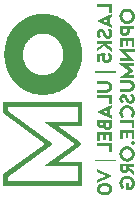
<source format=gbr>
%TF.GenerationSoftware,KiCad,Pcbnew,7.0.7*%
%TF.CreationDate,2024-09-13T11:59:40-05:00*%
%TF.ProjectId,LASK5,4c41534b-352e-46b6-9963-61645f706362,rev?*%
%TF.SameCoordinates,Original*%
%TF.FileFunction,Legend,Bot*%
%TF.FilePolarity,Positive*%
%FSLAX46Y46*%
G04 Gerber Fmt 4.6, Leading zero omitted, Abs format (unit mm)*
G04 Created by KiCad (PCBNEW 7.0.7) date 2024-09-13 11:59:40*
%MOMM*%
%LPD*%
G01*
G04 APERTURE LIST*
%ADD10C,0.000000*%
G04 APERTURE END LIST*
D10*
G36*
X155271786Y-71475414D02*
G01*
X155299871Y-71492257D01*
X155326449Y-71511175D01*
X155351455Y-71532053D01*
X155374826Y-71554774D01*
X155396498Y-71579224D01*
X155416408Y-71605287D01*
X155434492Y-71632846D01*
X155450687Y-71661785D01*
X155464929Y-71691990D01*
X155477154Y-71723344D01*
X155487299Y-71755731D01*
X155495300Y-71789035D01*
X155501094Y-71823141D01*
X155504617Y-71857933D01*
X155505806Y-71893295D01*
X155505281Y-71916910D01*
X155503719Y-71940211D01*
X155501134Y-71963168D01*
X155497543Y-71985754D01*
X155492960Y-72007939D01*
X155487401Y-72029696D01*
X155480882Y-72050995D01*
X155473419Y-72071809D01*
X155465027Y-72092108D01*
X155455722Y-72111864D01*
X155445519Y-72131049D01*
X155434435Y-72149634D01*
X155422484Y-72167590D01*
X155409682Y-72184889D01*
X155396045Y-72201503D01*
X155381588Y-72217403D01*
X155366328Y-72232560D01*
X155350279Y-72246946D01*
X155333458Y-72260533D01*
X155315880Y-72273291D01*
X155297560Y-72285192D01*
X155278514Y-72296208D01*
X155258758Y-72306311D01*
X155238307Y-72315471D01*
X155217178Y-72323661D01*
X155195385Y-72330851D01*
X155172944Y-72337013D01*
X155149871Y-72342118D01*
X155126181Y-72346139D01*
X155101891Y-72349046D01*
X155077015Y-72350812D01*
X155051570Y-72351407D01*
X155051565Y-72351405D01*
X155028707Y-72350921D01*
X155006222Y-72349477D01*
X154984134Y-72347085D01*
X154962464Y-72343757D01*
X154941236Y-72339504D01*
X154920474Y-72334339D01*
X154900201Y-72328274D01*
X154880439Y-72321320D01*
X154861212Y-72313489D01*
X154842543Y-72304794D01*
X154824455Y-72295246D01*
X154806971Y-72284857D01*
X154790115Y-72273640D01*
X154773909Y-72261605D01*
X154758376Y-72248766D01*
X154743541Y-72235133D01*
X154729425Y-72220719D01*
X154716052Y-72205536D01*
X154703446Y-72189595D01*
X154691629Y-72172909D01*
X154680624Y-72155490D01*
X154670455Y-72137348D01*
X154661144Y-72118498D01*
X154652715Y-72098949D01*
X154645192Y-72078715D01*
X154638596Y-72057807D01*
X154632952Y-72036236D01*
X154628282Y-72014016D01*
X154624609Y-71991158D01*
X154621957Y-71967673D01*
X154620349Y-71943574D01*
X154619808Y-71918873D01*
X154619946Y-71906545D01*
X154620368Y-71894553D01*
X154621085Y-71882888D01*
X154622109Y-71871541D01*
X154623451Y-71860502D01*
X154625122Y-71849764D01*
X154627134Y-71839316D01*
X154629497Y-71829150D01*
X154632224Y-71819256D01*
X154635326Y-71809626D01*
X154638814Y-71800250D01*
X154642699Y-71791119D01*
X154646993Y-71782225D01*
X154651708Y-71773557D01*
X154656853Y-71765108D01*
X154662442Y-71756868D01*
X154490360Y-71783998D01*
X154490360Y-72241334D01*
X154240762Y-72241334D01*
X154240762Y-71597187D01*
X154890337Y-71502620D01*
X154962425Y-71642147D01*
X154950316Y-71653217D01*
X154938989Y-71665158D01*
X154928443Y-71677896D01*
X154918678Y-71691357D01*
X154909694Y-71705468D01*
X154901491Y-71720154D01*
X154894070Y-71735343D01*
X154887430Y-71750959D01*
X154881571Y-71766929D01*
X154876493Y-71783180D01*
X154872196Y-71799638D01*
X154868681Y-71816229D01*
X154865947Y-71832878D01*
X154863994Y-71849513D01*
X154862822Y-71866059D01*
X154862431Y-71882443D01*
X154862642Y-71894428D01*
X154863269Y-71906108D01*
X154864310Y-71917479D01*
X154865757Y-71928535D01*
X154867608Y-71939271D01*
X154869855Y-71949683D01*
X154872496Y-71959765D01*
X154875524Y-71969513D01*
X154878934Y-71978921D01*
X154882723Y-71987985D01*
X154886884Y-71996699D01*
X154891413Y-72005059D01*
X154896304Y-72013060D01*
X154901554Y-72020696D01*
X154907156Y-72027963D01*
X154913106Y-72034855D01*
X154919399Y-72041369D01*
X154926030Y-72047498D01*
X154932994Y-72053238D01*
X154940286Y-72058584D01*
X154947901Y-72063530D01*
X154955834Y-72068073D01*
X154964080Y-72072207D01*
X154972635Y-72075926D01*
X154981492Y-72079227D01*
X154990648Y-72082103D01*
X155000097Y-72084551D01*
X155009834Y-72086565D01*
X155019855Y-72088140D01*
X155030154Y-72089271D01*
X155040726Y-72089953D01*
X155051567Y-72090182D01*
X155065178Y-72089837D01*
X155078255Y-72088820D01*
X155090805Y-72087158D01*
X155102834Y-72084880D01*
X155114350Y-72082012D01*
X155125358Y-72078583D01*
X155135866Y-72074619D01*
X155145881Y-72070149D01*
X155155408Y-72065200D01*
X155164454Y-72059799D01*
X155173027Y-72053973D01*
X155181133Y-72047752D01*
X155188779Y-72041161D01*
X155195970Y-72034229D01*
X155202715Y-72026983D01*
X155209019Y-72019450D01*
X155214889Y-72011658D01*
X155220333Y-72003636D01*
X155225355Y-71995409D01*
X155229965Y-71987006D01*
X155237968Y-71969781D01*
X155244397Y-71952182D01*
X155249305Y-71934428D01*
X155252744Y-71916740D01*
X155254768Y-71899338D01*
X155255431Y-71882443D01*
X155255329Y-71875851D01*
X155255025Y-71869303D01*
X155253819Y-71856354D01*
X155251829Y-71843624D01*
X155249072Y-71831138D01*
X155245567Y-71818925D01*
X155241329Y-71807012D01*
X155236375Y-71795425D01*
X155230724Y-71784193D01*
X155224391Y-71773343D01*
X155217393Y-71762901D01*
X155209749Y-71752895D01*
X155201474Y-71743353D01*
X155192586Y-71734301D01*
X155183103Y-71725766D01*
X155173039Y-71717777D01*
X155162414Y-71710360D01*
X155242256Y-71460763D01*
X155271786Y-71475414D01*
G37*
G36*
X155491078Y-68463272D02*
G01*
X155316670Y-68543112D01*
X155316670Y-69043081D01*
X155491078Y-69122146D01*
X155491078Y-69394223D01*
X154210536Y-68796585D01*
X154210536Y-68793485D01*
X154768642Y-68793485D01*
X155102731Y-68945414D01*
X155102731Y-68640780D01*
X154768642Y-68793485D01*
X154210536Y-68793485D01*
X154210536Y-68788834D01*
X155102731Y-68372980D01*
X155491078Y-68191971D01*
X155491078Y-68463272D01*
G37*
G36*
X157396065Y-77891767D02*
G01*
X157146469Y-77891767D01*
X157146468Y-77891768D01*
X157146468Y-77389472D01*
X156146530Y-77389472D01*
X156146530Y-77138325D01*
X157396065Y-77138325D01*
X157396065Y-77891767D01*
G37*
G36*
X149849325Y-68187372D02*
G01*
X150019608Y-68200199D01*
X150186926Y-68221348D01*
X150351099Y-68250630D01*
X150511951Y-68287858D01*
X150669304Y-68332843D01*
X150822982Y-68385397D01*
X150972806Y-68445333D01*
X151118599Y-68512462D01*
X151260183Y-68586596D01*
X151397382Y-68667547D01*
X151530018Y-68755127D01*
X151657913Y-68849148D01*
X151780890Y-68949422D01*
X151898772Y-69055760D01*
X152011381Y-69167976D01*
X152118540Y-69285880D01*
X152220071Y-69409284D01*
X152315796Y-69538002D01*
X152405540Y-69671844D01*
X152489123Y-69810622D01*
X152566370Y-69954149D01*
X152637101Y-70102235D01*
X152701140Y-70254695D01*
X152758310Y-70411338D01*
X152808432Y-70571978D01*
X152851331Y-70736425D01*
X152886827Y-70904493D01*
X152914744Y-71075993D01*
X152934905Y-71250736D01*
X152947131Y-71428535D01*
X152951246Y-71609202D01*
X152947131Y-71790233D01*
X152934905Y-71968395D01*
X152914744Y-72143499D01*
X152886827Y-72315358D01*
X152851331Y-72483782D01*
X152808432Y-72648582D01*
X152758310Y-72809570D01*
X152701140Y-72966556D01*
X152637101Y-73119353D01*
X152566369Y-73267772D01*
X152489123Y-73411622D01*
X152405540Y-73550717D01*
X152315796Y-73684867D01*
X152220070Y-73813883D01*
X152118539Y-73937576D01*
X152011381Y-74055758D01*
X151898772Y-74168240D01*
X151780890Y-74274834D01*
X151657913Y-74375349D01*
X151530018Y-74469598D01*
X151397382Y-74557393D01*
X151260183Y-74638543D01*
X151118598Y-74712860D01*
X150972805Y-74780157D01*
X150822981Y-74840243D01*
X150669304Y-74892929D01*
X150511951Y-74938029D01*
X150351098Y-74975351D01*
X150186925Y-75004708D01*
X150019608Y-75025912D01*
X149849324Y-75038772D01*
X149676252Y-75043101D01*
X149501748Y-75038772D01*
X149330079Y-75025913D01*
X149161422Y-75004712D01*
X148995955Y-74975359D01*
X148833853Y-74938043D01*
X148675296Y-74892955D01*
X148520461Y-74840283D01*
X148369524Y-74780217D01*
X148222664Y-74712947D01*
X148080057Y-74638661D01*
X147941882Y-74557550D01*
X147808315Y-74469803D01*
X147679534Y-74375609D01*
X147555717Y-74275158D01*
X147437040Y-74168640D01*
X147323682Y-74056243D01*
X147215819Y-73938157D01*
X147113630Y-73814573D01*
X147017291Y-73685678D01*
X146926980Y-73551664D01*
X146842874Y-73412718D01*
X146765151Y-73269031D01*
X146693988Y-73120793D01*
X146629563Y-72968192D01*
X146572052Y-72811418D01*
X146521635Y-72650661D01*
X146478487Y-72486110D01*
X146442786Y-72317955D01*
X146414710Y-72146385D01*
X146394436Y-71971589D01*
X146382141Y-71793757D01*
X146378004Y-71613080D01*
X147955427Y-71613080D01*
X147957592Y-71705400D01*
X147964020Y-71796261D01*
X147974617Y-71885567D01*
X147989287Y-71973220D01*
X148007934Y-72059125D01*
X148030462Y-72143185D01*
X148056775Y-72225303D01*
X148086778Y-72305383D01*
X148120375Y-72383328D01*
X148157470Y-72459042D01*
X148197967Y-72532428D01*
X148241770Y-72603390D01*
X148288783Y-72671832D01*
X148338912Y-72737656D01*
X148392059Y-72800766D01*
X148448130Y-72861066D01*
X148507027Y-72918459D01*
X148568657Y-72972849D01*
X148632922Y-73024139D01*
X148699727Y-73072233D01*
X148768976Y-73117034D01*
X148840573Y-73158445D01*
X148914423Y-73196371D01*
X148990429Y-73230714D01*
X149068497Y-73261378D01*
X149148529Y-73288267D01*
X149230431Y-73311284D01*
X149314106Y-73330333D01*
X149399459Y-73345316D01*
X149486393Y-73356138D01*
X149574814Y-73362702D01*
X149664625Y-73364911D01*
X149754073Y-73362702D01*
X149842131Y-73356138D01*
X149928705Y-73345316D01*
X150013698Y-73330333D01*
X150097017Y-73311284D01*
X150178567Y-73288267D01*
X150258251Y-73261378D01*
X150335975Y-73230714D01*
X150411643Y-73196371D01*
X150485162Y-73158445D01*
X150556435Y-73117034D01*
X150625368Y-73072233D01*
X150691865Y-73024139D01*
X150755831Y-72972849D01*
X150817172Y-72918459D01*
X150875792Y-72861066D01*
X150931595Y-72800766D01*
X150984488Y-72737656D01*
X151034375Y-72671832D01*
X151081160Y-72603390D01*
X151124749Y-72532428D01*
X151165046Y-72459042D01*
X151201957Y-72383328D01*
X151235387Y-72305383D01*
X151265239Y-72225303D01*
X151291420Y-72143185D01*
X151313834Y-72059125D01*
X151332386Y-71973220D01*
X151346981Y-71885567D01*
X151357523Y-71796261D01*
X151363919Y-71705400D01*
X151366071Y-71613080D01*
X151363919Y-71520760D01*
X151357523Y-71429899D01*
X151346981Y-71340593D01*
X151332386Y-71252940D01*
X151313834Y-71167035D01*
X151291420Y-71082975D01*
X151265239Y-71000857D01*
X151235387Y-70920777D01*
X151201957Y-70842832D01*
X151165046Y-70767118D01*
X151124749Y-70693732D01*
X151081160Y-70622770D01*
X151034374Y-70554328D01*
X150984488Y-70488504D01*
X150931595Y-70425394D01*
X150875791Y-70365094D01*
X150817171Y-70307701D01*
X150755831Y-70253311D01*
X150691864Y-70202021D01*
X150625367Y-70153927D01*
X150556435Y-70109126D01*
X150485162Y-70067715D01*
X150411643Y-70029789D01*
X150335974Y-69995446D01*
X150258250Y-69964782D01*
X150178566Y-69937893D01*
X150097017Y-69914876D01*
X150013698Y-69895827D01*
X149928704Y-69880844D01*
X149842131Y-69870022D01*
X149754073Y-69863458D01*
X149664625Y-69861249D01*
X149574814Y-69863458D01*
X149486393Y-69870022D01*
X149399459Y-69880844D01*
X149314106Y-69895827D01*
X149230431Y-69914876D01*
X149148529Y-69937893D01*
X149068497Y-69964782D01*
X148990429Y-69995446D01*
X148914423Y-70029789D01*
X148840573Y-70067715D01*
X148768976Y-70109126D01*
X148699727Y-70153927D01*
X148632922Y-70202021D01*
X148568657Y-70253311D01*
X148507027Y-70307701D01*
X148448130Y-70365094D01*
X148392059Y-70425394D01*
X148338912Y-70488504D01*
X148288783Y-70554328D01*
X148241770Y-70622770D01*
X148197967Y-70693732D01*
X148157470Y-70767118D01*
X148120375Y-70842832D01*
X148086778Y-70920777D01*
X148056775Y-71000857D01*
X148030462Y-71082975D01*
X148007934Y-71167035D01*
X147989287Y-71252940D01*
X147974617Y-71340593D01*
X147964020Y-71429899D01*
X147957592Y-71520760D01*
X147955427Y-71613080D01*
X146378004Y-71613080D01*
X146378004Y-71613079D01*
X146382141Y-71432401D01*
X146394436Y-71254569D01*
X146414710Y-71079773D01*
X146442786Y-70908203D01*
X146478487Y-70740048D01*
X146521635Y-70575497D01*
X146572052Y-70414740D01*
X146629563Y-70257966D01*
X146693988Y-70105365D01*
X146765151Y-69957126D01*
X146842874Y-69813440D01*
X146926980Y-69674494D01*
X147017291Y-69540479D01*
X147113630Y-69411585D01*
X147215819Y-69288000D01*
X147323682Y-69169915D01*
X147437040Y-69057518D01*
X147555717Y-68950999D01*
X147679534Y-68850548D01*
X147808315Y-68756355D01*
X147941882Y-68668607D01*
X148080057Y-68587496D01*
X148222664Y-68513211D01*
X148369524Y-68445940D01*
X148520461Y-68385874D01*
X148675296Y-68333202D01*
X148833853Y-68288114D01*
X148995955Y-68250799D01*
X149161422Y-68221446D01*
X149330079Y-68200245D01*
X149501748Y-68187385D01*
X149664625Y-68183345D01*
X149676252Y-68183057D01*
X149676252Y-68183055D01*
X149849325Y-68187372D01*
G37*
G36*
X146684961Y-75658571D02*
G01*
X152990777Y-75658571D01*
X152990777Y-77714259D01*
X150937414Y-77714259D01*
X152802675Y-79040017D01*
X152886133Y-79111007D01*
X152886133Y-79315969D01*
X150938642Y-80697021D01*
X152990779Y-80697021D01*
X152990779Y-82752711D01*
X146288086Y-82752711D01*
X146288086Y-81786813D01*
X149824175Y-79205640D01*
X146288086Y-76624467D01*
X146288086Y-76055443D01*
X146684961Y-76055443D01*
X146684961Y-76422800D01*
X150497260Y-79205639D01*
X146684962Y-81988478D01*
X146684962Y-82355835D01*
X152593903Y-82355835D01*
X152593903Y-81093894D01*
X149692853Y-81093894D01*
X152353091Y-79207383D01*
X149694016Y-77317381D01*
X152593903Y-77317381D01*
X152593903Y-76055443D01*
X146684961Y-76055443D01*
X146288086Y-76055443D01*
X146288086Y-75658571D01*
X146684961Y-75658571D01*
G37*
G36*
X155491078Y-70710422D02*
G01*
X154943825Y-70710422D01*
X155491078Y-71090244D01*
X155491079Y-71090245D01*
X155491079Y-71395652D01*
X154853132Y-70950718D01*
X154241542Y-71351469D01*
X154241542Y-71061564D01*
X154781818Y-70710422D01*
X154241542Y-70710422D01*
X154241542Y-70460050D01*
X155491078Y-70460050D01*
X155491078Y-70710422D01*
G37*
G36*
X155839894Y-73175388D02*
G01*
X154057057Y-73175388D01*
X154057057Y-73025784D01*
X155839894Y-73025784D01*
X155839894Y-73175388D01*
G37*
G36*
X155055386Y-73893802D02*
G01*
X155081208Y-73895667D01*
X155106534Y-73898739D01*
X155131338Y-73902986D01*
X155155598Y-73908378D01*
X155179291Y-73914884D01*
X155202391Y-73922475D01*
X155224875Y-73931120D01*
X155246721Y-73940787D01*
X155267903Y-73951447D01*
X155288399Y-73963069D01*
X155308184Y-73975622D01*
X155327235Y-73989077D01*
X155345529Y-74003402D01*
X155363041Y-74018567D01*
X155379748Y-74034541D01*
X155395625Y-74051294D01*
X155410651Y-74068796D01*
X155424800Y-74087016D01*
X155438049Y-74105923D01*
X155450374Y-74125487D01*
X155461752Y-74145677D01*
X155472159Y-74166463D01*
X155481570Y-74187814D01*
X155489964Y-74209700D01*
X155497315Y-74232091D01*
X155503600Y-74254955D01*
X155508796Y-74278262D01*
X155512878Y-74301982D01*
X155515824Y-74326085D01*
X155517608Y-74350539D01*
X155518208Y-74375314D01*
X155517608Y-74400090D01*
X155515824Y-74424544D01*
X155512878Y-74448646D01*
X155508796Y-74472366D01*
X155503600Y-74495674D01*
X155497315Y-74518538D01*
X155489964Y-74540929D01*
X155481570Y-74562815D01*
X155472158Y-74584166D01*
X155461752Y-74604952D01*
X155450374Y-74625142D01*
X155438048Y-74644706D01*
X155424799Y-74663613D01*
X155410650Y-74681833D01*
X155395625Y-74699335D01*
X155379747Y-74716088D01*
X155363040Y-74732062D01*
X155345528Y-74747227D01*
X155327235Y-74761552D01*
X155308184Y-74775007D01*
X155288398Y-74787560D01*
X155267903Y-74799182D01*
X155246720Y-74809842D01*
X155224875Y-74819510D01*
X155202390Y-74828154D01*
X155179290Y-74835745D01*
X155155598Y-74842252D01*
X155131338Y-74847644D01*
X155106533Y-74851891D01*
X155081208Y-74854962D01*
X155055385Y-74856827D01*
X155029090Y-74857456D01*
X154241542Y-74857456D01*
X154241542Y-74604758D01*
X155028316Y-74604758D01*
X155040927Y-74604440D01*
X155053317Y-74603501D01*
X155065475Y-74601956D01*
X155077388Y-74599825D01*
X155089045Y-74597125D01*
X155100435Y-74593874D01*
X155111545Y-74590090D01*
X155122363Y-74585791D01*
X155132879Y-74580995D01*
X155143079Y-74575719D01*
X155152953Y-74569981D01*
X155162488Y-74563800D01*
X155171673Y-74557193D01*
X155180495Y-74550178D01*
X155188944Y-74542773D01*
X155197007Y-74534995D01*
X155204673Y-74526864D01*
X155211930Y-74518396D01*
X155218766Y-74509610D01*
X155225169Y-74500523D01*
X155231127Y-74491153D01*
X155236629Y-74481519D01*
X155241663Y-74471637D01*
X155246217Y-74461527D01*
X155250280Y-74451205D01*
X155253839Y-74440690D01*
X155256882Y-74429999D01*
X155259399Y-74419151D01*
X155261377Y-74408163D01*
X155262805Y-74397054D01*
X155263670Y-74385840D01*
X155263961Y-74374541D01*
X155263672Y-74363246D01*
X155262813Y-74352045D01*
X155261396Y-74340956D01*
X155259431Y-74329997D01*
X155256930Y-74319184D01*
X155253905Y-74308534D01*
X155250366Y-74298066D01*
X155246326Y-74287796D01*
X155241795Y-74277742D01*
X155236785Y-74267921D01*
X155231307Y-74258351D01*
X155225373Y-74249048D01*
X155218994Y-74240030D01*
X155212180Y-74231315D01*
X155204945Y-74222919D01*
X155197298Y-74214860D01*
X155189252Y-74207155D01*
X155180817Y-74199822D01*
X155172006Y-74192878D01*
X155162828Y-74186340D01*
X155153297Y-74180225D01*
X155143423Y-74174552D01*
X155133217Y-74169336D01*
X155122690Y-74164596D01*
X155111855Y-74160349D01*
X155100723Y-74156612D01*
X155089304Y-74153402D01*
X155077611Y-74150737D01*
X155065654Y-74148635D01*
X155053445Y-74147111D01*
X155040995Y-74146184D01*
X155028316Y-74145872D01*
X154241542Y-74145872D01*
X154241542Y-73893174D01*
X155029090Y-73893174D01*
X155055386Y-73893802D01*
G37*
G36*
X156806079Y-81885388D02*
G01*
X156838886Y-81887890D01*
X156871229Y-81892014D01*
X156903067Y-81897721D01*
X156934357Y-81904971D01*
X156965058Y-81913726D01*
X156995129Y-81923947D01*
X157024529Y-81935596D01*
X157053215Y-81948633D01*
X157081147Y-81963020D01*
X157108283Y-81978718D01*
X157134581Y-81995689D01*
X157160001Y-82013894D01*
X157184500Y-82033293D01*
X157208038Y-82053849D01*
X157230572Y-82075522D01*
X157252062Y-82098274D01*
X157272466Y-82122065D01*
X157291742Y-82146858D01*
X157309849Y-82172614D01*
X157326746Y-82199293D01*
X157342391Y-82226857D01*
X157356743Y-82255267D01*
X157369759Y-82284485D01*
X157381400Y-82314471D01*
X157391623Y-82345187D01*
X157400387Y-82376595D01*
X157407651Y-82408655D01*
X157413372Y-82441329D01*
X157417510Y-82474578D01*
X157420024Y-82508362D01*
X157420871Y-82542645D01*
X157420203Y-82572998D01*
X157418207Y-82602990D01*
X157414895Y-82632580D01*
X157410279Y-82661730D01*
X157404371Y-82690399D01*
X157397182Y-82718548D01*
X157388726Y-82746139D01*
X157379013Y-82773130D01*
X157368055Y-82799483D01*
X157355865Y-82825159D01*
X157342454Y-82850118D01*
X157327835Y-82874320D01*
X157312018Y-82897726D01*
X157295017Y-82920297D01*
X157276843Y-82941993D01*
X157257508Y-82962775D01*
X157237024Y-82982603D01*
X157215403Y-83001437D01*
X157192656Y-83019239D01*
X157168796Y-83035969D01*
X157143835Y-83051587D01*
X157117784Y-83066054D01*
X157090656Y-83079330D01*
X157062462Y-83091377D01*
X157033214Y-83102154D01*
X157002925Y-83111622D01*
X156971605Y-83119741D01*
X156939268Y-83126473D01*
X156905925Y-83131778D01*
X156871587Y-83135616D01*
X156836268Y-83137947D01*
X156799979Y-83138733D01*
X156787153Y-83138626D01*
X156774243Y-83138309D01*
X156761243Y-83137793D01*
X156748142Y-83137085D01*
X156734933Y-83136196D01*
X156721605Y-83135135D01*
X156694560Y-83132531D01*
X156694560Y-82544970D01*
X156926329Y-82544970D01*
X156926329Y-82868206D01*
X156940254Y-82867059D01*
X156953827Y-82865225D01*
X156967043Y-82862717D01*
X156979896Y-82859548D01*
X156992380Y-82855729D01*
X157004489Y-82851274D01*
X157016217Y-82846196D01*
X157027558Y-82840506D01*
X157038506Y-82834219D01*
X157049056Y-82827345D01*
X157059200Y-82819898D01*
X157068934Y-82811891D01*
X157078251Y-82803336D01*
X157087146Y-82794245D01*
X157095612Y-82784632D01*
X157103643Y-82774510D01*
X157111234Y-82763889D01*
X157118378Y-82752784D01*
X157125070Y-82741207D01*
X157131303Y-82729171D01*
X157142370Y-82703770D01*
X157151532Y-82676684D01*
X157158741Y-82648012D01*
X157163950Y-82617856D01*
X157167110Y-82586317D01*
X157168174Y-82553496D01*
X157167656Y-82530828D01*
X157166118Y-82508618D01*
X157163588Y-82486882D01*
X157160089Y-82465639D01*
X157155648Y-82444905D01*
X157150290Y-82424698D01*
X157144041Y-82405034D01*
X157136925Y-82385931D01*
X157128970Y-82367406D01*
X157120200Y-82349476D01*
X157110641Y-82332158D01*
X157100318Y-82315470D01*
X157089257Y-82299428D01*
X157077483Y-82284051D01*
X157065023Y-82269354D01*
X157051901Y-82255355D01*
X157038144Y-82242072D01*
X157023776Y-82229521D01*
X157008823Y-82217720D01*
X156993311Y-82206686D01*
X156977265Y-82196436D01*
X156960712Y-82186987D01*
X156943675Y-82178357D01*
X156926182Y-82170562D01*
X156908257Y-82163619D01*
X156889927Y-82157547D01*
X156871216Y-82152362D01*
X156852150Y-82148081D01*
X156832755Y-82144721D01*
X156813056Y-82142300D01*
X156793079Y-82140835D01*
X156772849Y-82140343D01*
X156751180Y-82140912D01*
X156729933Y-82142593D01*
X156709125Y-82145351D01*
X156688774Y-82149148D01*
X156668897Y-82153950D01*
X156649511Y-82159719D01*
X156630635Y-82166419D01*
X156612285Y-82174014D01*
X156594478Y-82182467D01*
X156577233Y-82191742D01*
X156560567Y-82201803D01*
X156544497Y-82212614D01*
X156529041Y-82224137D01*
X156514216Y-82236338D01*
X156500040Y-82249178D01*
X156486529Y-82262623D01*
X156473703Y-82276636D01*
X156461577Y-82291180D01*
X156450170Y-82306219D01*
X156439498Y-82321716D01*
X156429580Y-82337636D01*
X156420433Y-82353943D01*
X156412074Y-82370598D01*
X156404521Y-82387568D01*
X156397792Y-82404814D01*
X156391902Y-82422301D01*
X156386871Y-82439992D01*
X156382716Y-82457852D01*
X156379453Y-82475843D01*
X156377102Y-82493930D01*
X156375678Y-82512075D01*
X156375199Y-82530243D01*
X156375832Y-82551169D01*
X156377717Y-82572074D01*
X156380835Y-82592938D01*
X156385167Y-82613741D01*
X156390694Y-82634462D01*
X156397395Y-82655081D01*
X156405253Y-82675577D01*
X156414247Y-82695930D01*
X156424359Y-82716120D01*
X156435568Y-82736126D01*
X156447856Y-82755927D01*
X156461204Y-82775504D01*
X156475592Y-82794835D01*
X156491000Y-82813901D01*
X156507410Y-82832680D01*
X156524802Y-82851153D01*
X156316288Y-82990679D01*
X156294439Y-82967140D01*
X156273685Y-82942510D01*
X156254066Y-82916878D01*
X156235624Y-82890334D01*
X156218399Y-82862969D01*
X156202432Y-82834871D01*
X156187764Y-82806130D01*
X156174436Y-82776836D01*
X156162489Y-82747079D01*
X156151963Y-82716948D01*
X156142899Y-82686534D01*
X156135339Y-82655925D01*
X156129324Y-82625212D01*
X156124893Y-82594484D01*
X156122088Y-82563831D01*
X156120950Y-82533343D01*
X156121806Y-82500042D01*
X156124346Y-82467168D01*
X156128526Y-82434763D01*
X156134305Y-82402868D01*
X156141640Y-82371524D01*
X156150489Y-82340773D01*
X156160809Y-82310656D01*
X156172558Y-82281214D01*
X156185694Y-82252488D01*
X156200173Y-82224520D01*
X156215954Y-82197352D01*
X156232994Y-82171023D01*
X156251250Y-82145577D01*
X156270681Y-82121053D01*
X156291244Y-82097494D01*
X156312896Y-82074940D01*
X156335595Y-82053433D01*
X156359298Y-82033014D01*
X156383963Y-82013725D01*
X156409548Y-81995607D01*
X156436010Y-81978701D01*
X156463307Y-81963048D01*
X156491396Y-81948690D01*
X156520235Y-81935668D01*
X156549781Y-81924023D01*
X156579993Y-81913797D01*
X156610826Y-81905031D01*
X156642240Y-81897766D01*
X156674192Y-81892044D01*
X156706639Y-81887905D01*
X156739538Y-81885392D01*
X156772848Y-81884545D01*
X156806079Y-81885388D01*
G37*
G36*
X156806007Y-79401050D02*
G01*
X156838749Y-79403570D01*
X156871030Y-79407719D01*
X156902810Y-79413454D01*
X156934046Y-79420736D01*
X156964698Y-79429520D01*
X156994723Y-79439767D01*
X157024080Y-79451434D01*
X157052727Y-79464479D01*
X157080623Y-79478861D01*
X157107726Y-79494538D01*
X157133994Y-79511468D01*
X157159387Y-79529610D01*
X157183862Y-79548922D01*
X157207378Y-79569361D01*
X157229893Y-79590887D01*
X157251366Y-79613458D01*
X157271754Y-79637032D01*
X157291018Y-79661567D01*
X157309114Y-79687021D01*
X157326001Y-79713353D01*
X157341638Y-79740521D01*
X157355984Y-79768483D01*
X157368995Y-79797198D01*
X157380632Y-79826623D01*
X157390852Y-79856718D01*
X157399614Y-79887440D01*
X157406876Y-79918747D01*
X157412597Y-79950599D01*
X157416734Y-79982952D01*
X157419247Y-80015766D01*
X157420094Y-80048999D01*
X157419247Y-80082375D01*
X157416734Y-80115328D01*
X157412597Y-80147816D01*
X157406876Y-80179797D01*
X157399614Y-80211229D01*
X157390852Y-80242071D01*
X157380632Y-80272282D01*
X157368995Y-80301819D01*
X157355983Y-80330640D01*
X157341638Y-80358705D01*
X157326001Y-80385970D01*
X157309114Y-80412395D01*
X157291017Y-80437938D01*
X157271754Y-80462557D01*
X157251365Y-80486210D01*
X157229893Y-80508856D01*
X157207378Y-80530452D01*
X157183862Y-80550958D01*
X157159387Y-80570331D01*
X157133994Y-80588529D01*
X157107725Y-80605512D01*
X157080622Y-80621237D01*
X157052726Y-80635662D01*
X157024079Y-80648746D01*
X156994722Y-80660446D01*
X156964697Y-80670723D01*
X156934046Y-80679532D01*
X156902810Y-80686834D01*
X156871030Y-80692585D01*
X156838749Y-80696745D01*
X156806007Y-80699272D01*
X156772847Y-80700123D01*
X156739401Y-80699272D01*
X156706382Y-80696745D01*
X156673833Y-80692586D01*
X156641794Y-80686835D01*
X156610308Y-80679535D01*
X156579416Y-80670728D01*
X156549160Y-80660454D01*
X156519580Y-80648758D01*
X156490720Y-80635679D01*
X156462619Y-80621260D01*
X156435321Y-80605543D01*
X156408866Y-80588570D01*
X156383296Y-80570383D01*
X156358653Y-80551022D01*
X156334979Y-80530532D01*
X156312314Y-80508952D01*
X156290700Y-80486326D01*
X156270180Y-80462695D01*
X156250794Y-80438100D01*
X156232584Y-80412584D01*
X156215592Y-80386189D01*
X156199860Y-80358956D01*
X156185428Y-80330927D01*
X156172339Y-80302145D01*
X156160634Y-80272651D01*
X156150355Y-80242486D01*
X156141543Y-80211694D01*
X156134241Y-80180315D01*
X156128488Y-80148392D01*
X156124328Y-80115966D01*
X156121801Y-80083079D01*
X156120950Y-80049774D01*
X156120970Y-80048999D01*
X156374422Y-80048999D01*
X156374940Y-80069370D01*
X156376477Y-80089479D01*
X156379009Y-80109301D01*
X156382509Y-80128812D01*
X156386953Y-80147985D01*
X156392316Y-80166796D01*
X156398571Y-80185219D01*
X156405694Y-80203229D01*
X156413660Y-80220801D01*
X156422443Y-80237909D01*
X156432018Y-80254528D01*
X156442359Y-80270633D01*
X156453442Y-80286199D01*
X156465242Y-80301200D01*
X156477732Y-80315612D01*
X156490888Y-80329408D01*
X156504684Y-80342564D01*
X156519095Y-80355054D01*
X156534097Y-80366853D01*
X156549663Y-80377936D01*
X156565768Y-80388278D01*
X156582387Y-80397853D01*
X156599495Y-80406636D01*
X156617067Y-80414601D01*
X156635077Y-80421724D01*
X156653500Y-80427980D01*
X156672311Y-80433342D01*
X156691484Y-80437786D01*
X156710995Y-80441287D01*
X156730817Y-80443818D01*
X156750927Y-80445356D01*
X156771297Y-80445874D01*
X156791525Y-80445356D01*
X156811495Y-80443818D01*
X156831184Y-80441287D01*
X156850565Y-80437786D01*
X156869613Y-80433342D01*
X156888303Y-80427980D01*
X156906611Y-80421724D01*
X156924509Y-80414601D01*
X156941974Y-80406636D01*
X156958980Y-80397853D01*
X156975502Y-80388278D01*
X156991514Y-80377936D01*
X157006991Y-80366853D01*
X157021909Y-80355054D01*
X157036241Y-80342564D01*
X157049962Y-80329408D01*
X157063047Y-80315612D01*
X157075472Y-80301200D01*
X157087210Y-80286199D01*
X157098236Y-80270633D01*
X157108525Y-80254528D01*
X157118053Y-80237909D01*
X157126792Y-80220801D01*
X157134720Y-80203229D01*
X157141809Y-80185219D01*
X157148034Y-80166796D01*
X157153372Y-80147985D01*
X157157795Y-80128812D01*
X157161280Y-80109301D01*
X157163800Y-80089479D01*
X157165331Y-80069370D01*
X157165847Y-80048999D01*
X157165331Y-80028701D01*
X157163800Y-80008665D01*
X157161280Y-79988914D01*
X157157795Y-79969476D01*
X157153372Y-79950373D01*
X157148034Y-79931633D01*
X157141809Y-79913280D01*
X157134719Y-79895338D01*
X157126792Y-79877834D01*
X157118053Y-79860792D01*
X157108525Y-79844238D01*
X157098236Y-79828196D01*
X157087209Y-79812692D01*
X157075471Y-79797750D01*
X157063047Y-79783396D01*
X157049962Y-79769656D01*
X157036240Y-79756553D01*
X157021908Y-79744114D01*
X157006991Y-79732363D01*
X156991514Y-79721326D01*
X156975501Y-79711027D01*
X156958980Y-79701492D01*
X156941974Y-79692746D01*
X156924509Y-79684814D01*
X156906610Y-79677721D01*
X156888303Y-79671492D01*
X156869613Y-79666152D01*
X156850564Y-79661727D01*
X156831184Y-79658242D01*
X156811495Y-79655721D01*
X156791525Y-79654190D01*
X156771297Y-79653675D01*
X156750927Y-79654190D01*
X156730817Y-79655721D01*
X156710995Y-79658242D01*
X156691484Y-79661727D01*
X156672311Y-79666152D01*
X156653500Y-79671492D01*
X156635077Y-79677721D01*
X156617067Y-79684814D01*
X156599495Y-79692746D01*
X156582387Y-79701492D01*
X156565768Y-79711027D01*
X156549663Y-79721326D01*
X156534097Y-79732363D01*
X156519095Y-79744114D01*
X156504684Y-79756554D01*
X156490888Y-79769656D01*
X156477732Y-79783397D01*
X156465242Y-79797750D01*
X156453442Y-79812692D01*
X156442359Y-79828196D01*
X156432018Y-79844238D01*
X156422443Y-79860793D01*
X156413660Y-79877835D01*
X156405694Y-79895339D01*
X156398571Y-79913280D01*
X156392316Y-79931634D01*
X156386953Y-79950374D01*
X156382509Y-79969476D01*
X156379009Y-79988914D01*
X156376477Y-80008665D01*
X156374940Y-80028701D01*
X156374422Y-80048999D01*
X156120970Y-80048999D01*
X156121801Y-80016470D01*
X156124328Y-79983590D01*
X156128488Y-79951175D01*
X156134241Y-79919266D01*
X156141543Y-79887905D01*
X156150355Y-79857133D01*
X156160634Y-79826992D01*
X156172339Y-79797524D01*
X156185428Y-79768770D01*
X156199860Y-79740772D01*
X156215592Y-79713571D01*
X156232584Y-79687209D01*
X156250794Y-79661728D01*
X156270180Y-79637169D01*
X156290700Y-79613574D01*
X156312314Y-79590984D01*
X156334979Y-79569441D01*
X156358653Y-79548986D01*
X156383296Y-79529662D01*
X156408866Y-79511509D01*
X156435321Y-79494569D01*
X156462619Y-79478884D01*
X156490720Y-79464496D01*
X156519580Y-79451446D01*
X156549160Y-79439775D01*
X156579416Y-79429525D01*
X156610308Y-79420738D01*
X156641794Y-79413456D01*
X156673833Y-79407719D01*
X156706382Y-79403570D01*
X156739401Y-79401050D01*
X156771297Y-79400241D01*
X156772847Y-79400201D01*
X156806007Y-79401050D01*
G37*
G36*
X156934077Y-73814496D02*
G01*
X156960373Y-73815124D01*
X156986196Y-73816990D01*
X157011521Y-73820061D01*
X157036326Y-73824308D01*
X157060586Y-73829700D01*
X157084278Y-73836207D01*
X157107378Y-73843798D01*
X157129863Y-73852442D01*
X157151708Y-73862109D01*
X157172891Y-73872769D01*
X157193387Y-73884391D01*
X157213172Y-73896945D01*
X157232223Y-73910399D01*
X157250517Y-73924724D01*
X157268028Y-73939889D01*
X157284735Y-73955864D01*
X157300613Y-73972617D01*
X157315638Y-73990119D01*
X157329787Y-74008338D01*
X157343036Y-74027245D01*
X157355361Y-74046809D01*
X157366739Y-74067000D01*
X157377146Y-74087786D01*
X157386558Y-74109137D01*
X157394951Y-74131023D01*
X157402302Y-74153413D01*
X157408588Y-74176278D01*
X157413783Y-74199585D01*
X157417866Y-74223305D01*
X157420811Y-74247408D01*
X157422596Y-74271862D01*
X157423196Y-74296637D01*
X157422595Y-74321412D01*
X157420811Y-74345866D01*
X157417866Y-74369969D01*
X157413783Y-74393689D01*
X157408588Y-74416996D01*
X157402302Y-74439861D01*
X157394951Y-74462251D01*
X157386558Y-74484137D01*
X157377146Y-74505489D01*
X157366739Y-74526275D01*
X157355361Y-74546465D01*
X157343036Y-74566029D01*
X157329787Y-74584936D01*
X157315638Y-74603155D01*
X157300612Y-74620657D01*
X157284735Y-74637410D01*
X157268028Y-74653385D01*
X157250516Y-74668550D01*
X157232222Y-74682875D01*
X157213171Y-74696329D01*
X157193386Y-74708883D01*
X157172890Y-74720505D01*
X157151708Y-74731165D01*
X157129862Y-74740832D01*
X157107378Y-74749477D01*
X157084277Y-74757068D01*
X157060585Y-74763574D01*
X157036325Y-74768966D01*
X157011521Y-74773213D01*
X156986195Y-74776285D01*
X156960373Y-74778150D01*
X156934077Y-74778778D01*
X156146530Y-74778778D01*
X156146530Y-74526081D01*
X156933305Y-74526081D01*
X156945915Y-74525763D01*
X156958306Y-74524824D01*
X156970463Y-74523279D01*
X156982376Y-74521148D01*
X156994034Y-74518448D01*
X157005423Y-74515197D01*
X157016533Y-74511413D01*
X157027352Y-74507114D01*
X157037867Y-74502317D01*
X157048067Y-74497041D01*
X157057941Y-74491304D01*
X157067476Y-74485122D01*
X157076661Y-74478515D01*
X157085484Y-74471500D01*
X157093932Y-74464095D01*
X157101996Y-74456318D01*
X157109662Y-74448187D01*
X157116918Y-74439719D01*
X157123754Y-74430932D01*
X157130157Y-74421845D01*
X157136115Y-74412476D01*
X157141617Y-74402841D01*
X157146651Y-74392960D01*
X157151205Y-74382849D01*
X157155268Y-74372527D01*
X157158827Y-74362012D01*
X157161871Y-74351321D01*
X157164387Y-74340473D01*
X157166365Y-74329485D01*
X157167793Y-74318376D01*
X157168658Y-74307162D01*
X157168949Y-74295863D01*
X157168660Y-74284567D01*
X157167801Y-74273367D01*
X157166384Y-74262278D01*
X157164419Y-74251319D01*
X157161918Y-74240505D01*
X157158893Y-74229856D01*
X157155355Y-74219388D01*
X157151314Y-74209118D01*
X157146783Y-74199064D01*
X157141773Y-74189243D01*
X157136296Y-74179673D01*
X157130361Y-74170370D01*
X157123982Y-74161352D01*
X157117169Y-74152636D01*
X157109933Y-74144240D01*
X157102286Y-74136182D01*
X157094240Y-74128477D01*
X157085806Y-74121144D01*
X157076994Y-74114200D01*
X157067817Y-74107662D01*
X157058285Y-74101547D01*
X157048411Y-74095873D01*
X157038205Y-74090658D01*
X157027679Y-74085918D01*
X157016844Y-74081671D01*
X157005711Y-74077934D01*
X156994293Y-74074724D01*
X156982599Y-74072059D01*
X156970642Y-74069956D01*
X156958433Y-74068433D01*
X156945984Y-74067506D01*
X156933305Y-74067193D01*
X156146530Y-74067193D01*
X156146530Y-73814495D01*
X156934077Y-73814495D01*
X156934077Y-73814496D01*
G37*
G36*
X157397615Y-71413867D02*
G01*
X156697656Y-71413867D01*
X157419318Y-72155682D01*
X157419318Y-72167310D01*
X156143427Y-72167310D01*
X156143427Y-71915386D01*
X156843385Y-71915386D01*
X156123275Y-71175122D01*
X156123275Y-71162720D01*
X157397615Y-71162720D01*
X157397615Y-71413867D01*
G37*
G36*
X157396065Y-72635497D02*
G01*
X156851912Y-72635497D01*
X157375136Y-72995941D01*
X157375136Y-72997491D01*
X156851912Y-73357159D01*
X157396065Y-73357159D01*
X157396065Y-73608307D01*
X156115523Y-73608307D01*
X156115523Y-73594355D01*
X156941053Y-72996716D01*
X156115523Y-72398302D01*
X156115523Y-72384350D01*
X157396065Y-72384350D01*
X157396065Y-72635497D01*
G37*
G36*
X157396065Y-78786286D02*
G01*
X157146468Y-78786286D01*
X157146468Y-78283990D01*
X156888344Y-78283990D01*
X156888344Y-78714972D01*
X156637972Y-78714972D01*
X156637972Y-78283990D01*
X156393801Y-78283990D01*
X156393801Y-78786286D01*
X156146529Y-78786286D01*
X156146529Y-78032844D01*
X157396065Y-78032844D01*
X157396065Y-78786286D01*
G37*
G36*
X154485713Y-77192970D02*
G01*
X154950025Y-77192970D01*
X155491077Y-77192970D01*
X155491077Y-77665034D01*
X155490513Y-77688794D01*
X155488847Y-77711822D01*
X155486116Y-77734116D01*
X155482357Y-77755675D01*
X155477608Y-77776496D01*
X155471906Y-77796580D01*
X155465289Y-77815923D01*
X155457794Y-77834525D01*
X155449460Y-77852385D01*
X155440322Y-77869500D01*
X155430419Y-77885871D01*
X155419788Y-77901494D01*
X155408467Y-77916369D01*
X155396493Y-77930494D01*
X155383903Y-77943868D01*
X155370736Y-77956490D01*
X155357028Y-77968358D01*
X155342817Y-77979470D01*
X155328141Y-77989826D01*
X155313036Y-77999423D01*
X155297541Y-78008261D01*
X155281693Y-78016337D01*
X155265529Y-78023652D01*
X155249087Y-78030202D01*
X155232404Y-78035987D01*
X155215518Y-78041005D01*
X155198466Y-78045255D01*
X155181285Y-78048736D01*
X155164014Y-78051445D01*
X155146690Y-78053383D01*
X155129350Y-78054546D01*
X155112031Y-78054934D01*
X155112030Y-78054933D01*
X155093435Y-78054482D01*
X155075298Y-78053154D01*
X155057628Y-78050983D01*
X155040433Y-78048004D01*
X155023723Y-78044252D01*
X155007506Y-78039763D01*
X154991790Y-78034571D01*
X154976585Y-78028711D01*
X154961899Y-78022219D01*
X154947740Y-78015130D01*
X154934117Y-78007478D01*
X154921040Y-77999300D01*
X154908515Y-77990628D01*
X154896553Y-77981500D01*
X154885162Y-77971950D01*
X154874351Y-77962012D01*
X154864127Y-77951723D01*
X154854501Y-77941116D01*
X154845479Y-77930228D01*
X154837073Y-77919093D01*
X154829288Y-77907746D01*
X154822136Y-77896223D01*
X154815623Y-77884557D01*
X154809759Y-77872786D01*
X154804553Y-77860942D01*
X154800013Y-77849062D01*
X154796147Y-77837181D01*
X154792965Y-77825334D01*
X154790475Y-77813555D01*
X154788685Y-77801879D01*
X154787606Y-77790343D01*
X154787244Y-77778981D01*
X154786289Y-77785286D01*
X154783454Y-77792722D01*
X154778787Y-77801079D01*
X154772334Y-77810143D01*
X154764142Y-77819702D01*
X154754256Y-77829544D01*
X154742724Y-77839457D01*
X154729592Y-77849227D01*
X154714907Y-77858643D01*
X154698715Y-77867493D01*
X154681063Y-77875564D01*
X154661997Y-77882643D01*
X154641564Y-77888519D01*
X154630850Y-77890939D01*
X154619811Y-77892979D01*
X154608453Y-77894611D01*
X154596783Y-77895810D01*
X154584807Y-77896549D01*
X154572529Y-77896801D01*
X154556780Y-77896390D01*
X154541092Y-77895163D01*
X154525493Y-77893131D01*
X154510013Y-77890307D01*
X154494679Y-77886699D01*
X154479522Y-77882321D01*
X154464569Y-77877182D01*
X154449849Y-77871294D01*
X154435392Y-77864668D01*
X154421226Y-77857316D01*
X154407380Y-77849247D01*
X154393883Y-77840473D01*
X154380763Y-77831006D01*
X154368050Y-77820856D01*
X154355771Y-77810034D01*
X154343957Y-77798552D01*
X154332635Y-77786420D01*
X154321836Y-77773650D01*
X154311586Y-77760252D01*
X154301916Y-77746239D01*
X154292854Y-77731620D01*
X154284428Y-77716406D01*
X154276669Y-77700610D01*
X154269603Y-77684242D01*
X154263262Y-77667313D01*
X154257672Y-77649834D01*
X154252863Y-77631816D01*
X154248864Y-77613271D01*
X154245703Y-77594209D01*
X154243410Y-77574641D01*
X154242013Y-77554579D01*
X154241541Y-77534033D01*
X154241541Y-77443344D01*
X154485713Y-77443344D01*
X154485713Y-77549538D01*
X154485857Y-77554978D01*
X154486287Y-77560389D01*
X154486997Y-77565764D01*
X154487982Y-77571092D01*
X154489237Y-77576364D01*
X154490756Y-77581570D01*
X154492534Y-77586701D01*
X154494566Y-77591747D01*
X154496847Y-77596699D01*
X154499371Y-77601547D01*
X154502134Y-77606282D01*
X154505129Y-77610894D01*
X154508352Y-77615374D01*
X154511798Y-77619712D01*
X154515460Y-77623899D01*
X154519335Y-77627924D01*
X154523416Y-77631780D01*
X154527698Y-77635456D01*
X154532177Y-77638942D01*
X154536847Y-77642230D01*
X154541702Y-77645309D01*
X154546738Y-77648171D01*
X154551948Y-77650805D01*
X154557329Y-77653202D01*
X154562874Y-77655353D01*
X154568579Y-77657247D01*
X154574438Y-77658877D01*
X154580446Y-77660231D01*
X154586597Y-77661301D01*
X154592887Y-77662077D01*
X154599310Y-77662550D01*
X154605860Y-77662710D01*
X154612627Y-77662541D01*
X154619261Y-77662042D01*
X154625757Y-77661223D01*
X154632109Y-77660095D01*
X154638313Y-77658668D01*
X154644363Y-77656951D01*
X154650253Y-77654956D01*
X154655978Y-77652693D01*
X154661533Y-77650173D01*
X154666913Y-77647405D01*
X154672111Y-77644400D01*
X154677122Y-77641168D01*
X154681942Y-77637720D01*
X154686565Y-77634066D01*
X154690984Y-77630216D01*
X154695196Y-77626181D01*
X154699194Y-77621972D01*
X154702974Y-77617597D01*
X154706529Y-77613069D01*
X154709854Y-77608397D01*
X154712945Y-77603591D01*
X154715795Y-77598663D01*
X154718399Y-77593622D01*
X154720752Y-77588478D01*
X154722848Y-77583242D01*
X154724682Y-77577925D01*
X154726249Y-77572537D01*
X154727543Y-77567087D01*
X154728559Y-77561587D01*
X154729292Y-77556047D01*
X154729735Y-77550477D01*
X154729884Y-77544888D01*
X154729884Y-77443344D01*
X154950025Y-77443344D01*
X154950025Y-77641006D01*
X154950234Y-77651993D01*
X154950853Y-77662576D01*
X154951867Y-77672757D01*
X154953264Y-77682540D01*
X154955030Y-77691929D01*
X154957153Y-77700928D01*
X154959619Y-77709541D01*
X154962416Y-77717770D01*
X154965529Y-77725620D01*
X154968945Y-77733095D01*
X154972652Y-77740197D01*
X154976636Y-77746932D01*
X154980885Y-77753302D01*
X154985383Y-77759311D01*
X154990120Y-77764963D01*
X154995081Y-77770262D01*
X155000253Y-77775211D01*
X155005623Y-77779814D01*
X155011178Y-77784075D01*
X155016905Y-77787997D01*
X155022790Y-77791584D01*
X155028820Y-77794839D01*
X155034982Y-77797768D01*
X155041263Y-77800372D01*
X155047649Y-77802656D01*
X155054128Y-77804623D01*
X155060686Y-77806278D01*
X155067310Y-77807624D01*
X155073987Y-77808664D01*
X155080704Y-77809402D01*
X155087447Y-77809842D01*
X155094203Y-77809988D01*
X155094203Y-77809987D01*
X155103095Y-77809736D01*
X155111749Y-77808993D01*
X155120160Y-77807774D01*
X155128327Y-77806098D01*
X155136246Y-77803981D01*
X155143915Y-77801439D01*
X155151331Y-77798490D01*
X155158491Y-77795151D01*
X155165392Y-77791438D01*
X155172031Y-77787368D01*
X155178406Y-77782958D01*
X155184513Y-77778226D01*
X155190350Y-77773188D01*
X155195914Y-77767860D01*
X155201202Y-77762260D01*
X155206211Y-77756405D01*
X155210939Y-77750312D01*
X155215382Y-77743997D01*
X155219538Y-77737477D01*
X155223404Y-77730770D01*
X155230254Y-77716859D01*
X155235909Y-77702400D01*
X155240347Y-77687527D01*
X155243546Y-77672377D01*
X155245481Y-77657083D01*
X155246132Y-77641781D01*
X155246132Y-77443344D01*
X154950025Y-77443344D01*
X154729884Y-77443344D01*
X154485713Y-77443344D01*
X154241541Y-77443344D01*
X154241541Y-77192970D01*
X154485713Y-77192970D01*
G37*
G36*
X157208818Y-74936337D02*
G01*
X157235407Y-74954381D01*
X157260315Y-74973965D01*
X157283520Y-74995068D01*
X157305000Y-75017669D01*
X157324730Y-75041749D01*
X157342690Y-75067287D01*
X157358855Y-75094263D01*
X157373204Y-75122655D01*
X157385713Y-75152444D01*
X157396360Y-75183609D01*
X157405122Y-75216130D01*
X157411976Y-75249986D01*
X157416900Y-75285158D01*
X157419871Y-75321623D01*
X157420867Y-75359363D01*
X157420444Y-75384192D01*
X157419183Y-75408526D01*
X157417096Y-75432344D01*
X157414193Y-75455628D01*
X157410487Y-75478358D01*
X157405988Y-75500515D01*
X157400707Y-75522081D01*
X157394657Y-75543036D01*
X157387848Y-75563360D01*
X157380293Y-75583035D01*
X157372001Y-75602042D01*
X157362985Y-75620361D01*
X157353256Y-75637973D01*
X157342825Y-75654859D01*
X157331704Y-75671000D01*
X157319904Y-75686377D01*
X157307436Y-75700970D01*
X157294312Y-75714761D01*
X157280543Y-75727730D01*
X157266140Y-75739858D01*
X157251115Y-75751125D01*
X157235479Y-75761514D01*
X157219244Y-75771004D01*
X157202421Y-75779576D01*
X157185020Y-75787212D01*
X157167054Y-75793892D01*
X157148535Y-75799596D01*
X157129472Y-75804307D01*
X157109878Y-75808004D01*
X157089764Y-75810668D01*
X157069141Y-75812281D01*
X157048021Y-75812823D01*
X157030251Y-75812443D01*
X157012975Y-75811310D01*
X156996179Y-75809433D01*
X156979848Y-75806823D01*
X156963967Y-75803489D01*
X156948524Y-75799441D01*
X156933501Y-75794688D01*
X156918887Y-75789241D01*
X156904665Y-75783110D01*
X156890821Y-75776303D01*
X156877342Y-75768832D01*
X156864212Y-75760705D01*
X156851417Y-75751932D01*
X156838942Y-75742524D01*
X156814896Y-75721840D01*
X156791958Y-75698730D01*
X156770013Y-75673273D01*
X156748945Y-75645548D01*
X156728637Y-75615633D01*
X156708974Y-75583605D01*
X156689840Y-75549544D01*
X156671119Y-75513527D01*
X156652696Y-75475634D01*
X156640520Y-75449330D01*
X156629192Y-75424237D01*
X156608550Y-75377953D01*
X156598969Y-75356897D01*
X156589706Y-75337320D01*
X156580626Y-75319290D01*
X156576114Y-75310876D01*
X156571597Y-75302873D01*
X156567061Y-75295291D01*
X156562487Y-75288137D01*
X156557860Y-75281420D01*
X156553162Y-75275148D01*
X156548377Y-75269330D01*
X156543490Y-75263974D01*
X156538481Y-75259088D01*
X156533337Y-75254681D01*
X156528039Y-75250761D01*
X156522571Y-75247336D01*
X156516916Y-75244416D01*
X156511059Y-75242007D01*
X156504982Y-75240119D01*
X156498668Y-75238761D01*
X156492102Y-75237939D01*
X156485266Y-75237664D01*
X156479265Y-75237867D01*
X156473331Y-75238470D01*
X156467473Y-75239465D01*
X156461698Y-75240845D01*
X156456015Y-75242599D01*
X156450431Y-75244720D01*
X156444954Y-75247200D01*
X156439593Y-75250030D01*
X156434356Y-75253202D01*
X156429251Y-75256707D01*
X156424286Y-75260537D01*
X156419468Y-75264684D01*
X156414807Y-75269139D01*
X156410310Y-75273894D01*
X156401842Y-75284270D01*
X156394127Y-75295745D01*
X156387230Y-75308252D01*
X156381218Y-75321725D01*
X156376153Y-75336096D01*
X156372101Y-75351297D01*
X156369127Y-75367263D01*
X156367295Y-75383927D01*
X156366669Y-75401220D01*
X156367027Y-75414319D01*
X156368114Y-75427418D01*
X156369950Y-75440462D01*
X156372556Y-75453397D01*
X156375952Y-75466169D01*
X156380159Y-75478723D01*
X156382573Y-75484901D01*
X156385197Y-75491004D01*
X156388034Y-75497026D01*
X156391087Y-75502958D01*
X156394358Y-75508796D01*
X156397849Y-75514531D01*
X156401563Y-75520157D01*
X156405503Y-75525668D01*
X156409671Y-75531056D01*
X156414070Y-75536314D01*
X156418703Y-75541436D01*
X156423571Y-75546415D01*
X156428677Y-75551244D01*
X156434025Y-75555917D01*
X156439616Y-75560426D01*
X156445454Y-75564765D01*
X156451540Y-75568926D01*
X156457877Y-75572904D01*
X156464468Y-75576690D01*
X156471315Y-75580280D01*
X156341864Y-75765540D01*
X156327930Y-75759989D01*
X156314465Y-75753953D01*
X156301470Y-75747442D01*
X156288941Y-75740467D01*
X156276877Y-75733037D01*
X156265276Y-75725162D01*
X156243457Y-75708118D01*
X156223468Y-75689417D01*
X156205295Y-75669138D01*
X156188922Y-75647363D01*
X156174336Y-75624172D01*
X156161521Y-75599646D01*
X156150462Y-75573865D01*
X156141145Y-75546910D01*
X156133556Y-75518861D01*
X156127678Y-75489800D01*
X156123498Y-75459806D01*
X156121001Y-75428961D01*
X156120172Y-75397345D01*
X156120588Y-75375975D01*
X156121827Y-75354903D01*
X156123876Y-75334153D01*
X156126723Y-75313750D01*
X156130355Y-75293720D01*
X156134760Y-75274088D01*
X156139925Y-75254877D01*
X156145837Y-75236114D01*
X156152484Y-75217824D01*
X156159852Y-75200031D01*
X156167930Y-75182760D01*
X156176705Y-75166036D01*
X156186164Y-75149885D01*
X156196294Y-75134331D01*
X156207084Y-75119399D01*
X156218519Y-75105115D01*
X156230588Y-75091502D01*
X156243278Y-75078587D01*
X156256576Y-75066394D01*
X156270471Y-75054948D01*
X156284948Y-75044274D01*
X156299995Y-75034397D01*
X156315601Y-75025343D01*
X156331751Y-75017135D01*
X156348434Y-75009800D01*
X156365637Y-75003361D01*
X156383347Y-74997845D01*
X156401552Y-74993275D01*
X156420239Y-74989678D01*
X156439395Y-74987077D01*
X156459009Y-74985498D01*
X156479066Y-74984967D01*
X156497387Y-74985413D01*
X156515011Y-74986733D01*
X156531960Y-74988895D01*
X156548255Y-74991869D01*
X156563917Y-74995623D01*
X156578967Y-75000127D01*
X156593426Y-75005350D01*
X156607316Y-75011261D01*
X156620657Y-75017830D01*
X156633471Y-75025025D01*
X156645779Y-75032816D01*
X156657602Y-75041173D01*
X156668961Y-75050063D01*
X156679877Y-75059457D01*
X156690372Y-75069323D01*
X156700467Y-75079632D01*
X156719539Y-75101451D01*
X156737264Y-75124667D01*
X156753810Y-75149036D01*
X156769346Y-75174309D01*
X156784042Y-75200240D01*
X156798067Y-75226584D01*
X156824781Y-75279522D01*
X156849550Y-75329191D01*
X156862225Y-75354063D01*
X156875118Y-75378632D01*
X156888247Y-75402651D01*
X156901630Y-75425875D01*
X156915286Y-75448056D01*
X156929233Y-75468948D01*
X156943488Y-75488306D01*
X156950737Y-75497332D01*
X156958071Y-75505881D01*
X156965490Y-75513924D01*
X156972998Y-75521429D01*
X156980597Y-75528365D01*
X156988289Y-75534702D01*
X156996077Y-75540409D01*
X157003962Y-75545455D01*
X157011947Y-75549809D01*
X157020034Y-75553441D01*
X157028226Y-75556319D01*
X157036524Y-75558413D01*
X157044932Y-75559692D01*
X157053450Y-75560125D01*
X157059645Y-75559894D01*
X157065724Y-75559208D01*
X157071684Y-75558073D01*
X157077519Y-75556497D01*
X157083223Y-75554488D01*
X157088792Y-75552052D01*
X157094218Y-75549196D01*
X157099499Y-75545930D01*
X157104627Y-75542259D01*
X157109597Y-75538191D01*
X157119044Y-75528895D01*
X157127795Y-75518099D01*
X157135809Y-75505864D01*
X157143042Y-75492248D01*
X157149450Y-75477311D01*
X157154991Y-75461111D01*
X157159621Y-75443707D01*
X157163297Y-75425159D01*
X157165976Y-75405525D01*
X157167616Y-75384865D01*
X157168172Y-75363238D01*
X157167697Y-75343362D01*
X157166267Y-75324136D01*
X157163869Y-75305554D01*
X157162304Y-75296504D01*
X157160493Y-75287613D01*
X157158434Y-75278881D01*
X157156126Y-75270308D01*
X157153568Y-75261893D01*
X157150758Y-75253634D01*
X157147695Y-75245533D01*
X157144377Y-75237587D01*
X157140803Y-75229797D01*
X157136972Y-75222162D01*
X157132882Y-75214682D01*
X157128531Y-75207355D01*
X157123919Y-75200182D01*
X157119044Y-75193161D01*
X157113904Y-75186292D01*
X157108498Y-75179575D01*
X157102824Y-75173009D01*
X157096882Y-75166594D01*
X157090670Y-75160328D01*
X157084186Y-75154212D01*
X157077429Y-75148244D01*
X157070397Y-75142425D01*
X157063089Y-75136753D01*
X157055505Y-75131228D01*
X157047641Y-75125850D01*
X157039497Y-75120617D01*
X157180574Y-74919855D01*
X157208818Y-74936337D01*
G37*
G36*
X156395351Y-80863057D02*
G01*
X157396065Y-80863677D01*
X157396065Y-81114825D01*
X156805403Y-81114825D01*
X157396064Y-81512475D01*
X157396065Y-81512475D01*
X157396065Y-81819434D01*
X156899195Y-81464416D01*
X156889258Y-81489109D01*
X156877246Y-81512843D01*
X156863268Y-81535530D01*
X156847431Y-81557083D01*
X156829840Y-81577413D01*
X156810602Y-81596435D01*
X156789825Y-81614060D01*
X156767615Y-81630201D01*
X156744078Y-81644770D01*
X156719323Y-81657681D01*
X156693454Y-81668845D01*
X156666579Y-81678175D01*
X156638805Y-81685584D01*
X156610239Y-81690985D01*
X156580986Y-81694289D01*
X156551155Y-81695410D01*
X156530216Y-81694854D01*
X156509566Y-81693203D01*
X156489229Y-81690485D01*
X156469229Y-81686728D01*
X156449591Y-81681958D01*
X156430340Y-81676203D01*
X156411501Y-81669491D01*
X156393098Y-81661849D01*
X156375156Y-81653304D01*
X156357700Y-81643883D01*
X156340754Y-81633615D01*
X156324343Y-81622527D01*
X156308492Y-81610645D01*
X156293226Y-81597997D01*
X156278569Y-81584611D01*
X156264545Y-81570514D01*
X156251180Y-81555734D01*
X156238499Y-81540298D01*
X156226525Y-81524232D01*
X156215284Y-81507566D01*
X156204800Y-81490325D01*
X156195099Y-81472538D01*
X156186204Y-81454231D01*
X156178140Y-81435433D01*
X156170933Y-81416170D01*
X156164607Y-81396471D01*
X156159186Y-81376361D01*
X156154695Y-81355870D01*
X156151160Y-81335023D01*
X156148603Y-81313850D01*
X156147052Y-81292376D01*
X156146529Y-81270629D01*
X156146529Y-81114050D01*
X156395351Y-81114050D01*
X156395351Y-81275280D01*
X156395550Y-81283177D01*
X156396139Y-81291015D01*
X156397111Y-81298782D01*
X156398456Y-81306466D01*
X156400167Y-81314055D01*
X156402234Y-81321534D01*
X156404648Y-81328893D01*
X156407402Y-81336117D01*
X156410486Y-81343195D01*
X156413892Y-81350114D01*
X156417611Y-81356861D01*
X156421635Y-81363424D01*
X156425954Y-81369790D01*
X156430560Y-81375946D01*
X156435445Y-81381880D01*
X156440600Y-81387579D01*
X156446016Y-81393031D01*
X156451684Y-81398222D01*
X156457596Y-81403141D01*
X156463744Y-81407774D01*
X156470117Y-81412109D01*
X156476709Y-81416134D01*
X156483510Y-81419835D01*
X156490512Y-81423200D01*
X156497705Y-81426216D01*
X156505082Y-81428872D01*
X156512633Y-81431153D01*
X156520350Y-81433048D01*
X156528225Y-81434544D01*
X156536248Y-81435628D01*
X156544411Y-81436288D01*
X156552706Y-81436510D01*
X156561002Y-81436290D01*
X156569172Y-81435637D01*
X156577205Y-81434562D01*
X156585092Y-81433080D01*
X156592826Y-81431201D01*
X156600396Y-81428938D01*
X156607793Y-81426303D01*
X156615008Y-81423309D01*
X156622033Y-81419967D01*
X156628858Y-81416290D01*
X156635474Y-81412290D01*
X156641872Y-81407979D01*
X156648043Y-81403369D01*
X156653978Y-81398473D01*
X156659667Y-81393303D01*
X156665102Y-81387870D01*
X156670274Y-81382188D01*
X156675173Y-81376268D01*
X156679790Y-81370123D01*
X156684117Y-81363765D01*
X156688144Y-81357206D01*
X156691862Y-81350458D01*
X156695263Y-81343533D01*
X156698336Y-81336444D01*
X156701073Y-81329203D01*
X156703465Y-81321822D01*
X156705503Y-81314313D01*
X156707177Y-81306689D01*
X156708479Y-81298961D01*
X156709400Y-81291143D01*
X156709930Y-81283245D01*
X156710060Y-81275280D01*
X156709286Y-81114050D01*
X156395351Y-81114050D01*
X156146529Y-81114050D01*
X156146529Y-80862903D01*
X156395351Y-80863057D01*
G37*
G36*
X155303832Y-69431636D02*
G01*
X155330421Y-69449680D01*
X155355329Y-69469263D01*
X155378534Y-69490366D01*
X155400013Y-69512968D01*
X155419744Y-69537048D01*
X155437703Y-69562585D01*
X155453869Y-69589561D01*
X155468217Y-69617953D01*
X155480726Y-69647742D01*
X155491373Y-69678907D01*
X155500135Y-69711428D01*
X155506990Y-69745284D01*
X155511914Y-69780456D01*
X155514885Y-69816921D01*
X155515880Y-69854661D01*
X155515458Y-69879490D01*
X155514197Y-69903824D01*
X155512109Y-69927642D01*
X155509207Y-69950926D01*
X155505500Y-69973656D01*
X155501001Y-69995814D01*
X155495721Y-70017379D01*
X155489671Y-70038334D01*
X155482862Y-70058659D01*
X155475306Y-70078334D01*
X155467015Y-70097340D01*
X155457999Y-70115659D01*
X155448270Y-70133272D01*
X155437839Y-70150158D01*
X155426718Y-70166299D01*
X155414918Y-70181675D01*
X155402450Y-70196269D01*
X155389326Y-70210059D01*
X155375557Y-70223028D01*
X155361154Y-70235156D01*
X155346129Y-70246424D01*
X155330493Y-70256812D01*
X155314258Y-70266302D01*
X155297435Y-70274875D01*
X155280034Y-70282510D01*
X155262068Y-70289190D01*
X155243549Y-70294895D01*
X155224486Y-70299605D01*
X155204892Y-70303302D01*
X155184778Y-70305967D01*
X155164155Y-70307579D01*
X155143035Y-70308121D01*
X155125265Y-70307741D01*
X155107989Y-70306608D01*
X155091192Y-70304732D01*
X155074861Y-70302121D01*
X155058981Y-70298787D01*
X155043537Y-70294739D01*
X155028515Y-70289987D01*
X155013900Y-70284540D01*
X154999678Y-70278408D01*
X154985835Y-70271601D01*
X154972355Y-70264130D01*
X154959225Y-70256003D01*
X154946430Y-70247230D01*
X154933955Y-70237822D01*
X154909910Y-70217138D01*
X154886972Y-70194028D01*
X154865027Y-70168571D01*
X154843958Y-70140846D01*
X154823650Y-70110930D01*
X154803987Y-70078903D01*
X154784854Y-70044842D01*
X154766133Y-70008825D01*
X154747710Y-69970932D01*
X154735534Y-69944627D01*
X154724206Y-69919534D01*
X154703564Y-69873251D01*
X154693983Y-69852195D01*
X154684720Y-69832618D01*
X154675640Y-69814587D01*
X154671128Y-69806173D01*
X154666611Y-69798171D01*
X154662075Y-69790588D01*
X154657501Y-69783434D01*
X154652874Y-69776717D01*
X154648176Y-69770446D01*
X154643392Y-69764627D01*
X154638504Y-69759271D01*
X154633496Y-69754385D01*
X154628351Y-69749978D01*
X154623053Y-69746058D01*
X154617585Y-69742634D01*
X154611931Y-69739713D01*
X154606073Y-69737305D01*
X154599996Y-69735417D01*
X154593682Y-69734059D01*
X154587116Y-69733237D01*
X154580280Y-69732962D01*
X154574279Y-69733165D01*
X154568346Y-69733768D01*
X154562487Y-69734763D01*
X154556712Y-69736142D01*
X154551029Y-69737897D01*
X154545445Y-69740018D01*
X154539968Y-69742498D01*
X154534607Y-69745328D01*
X154529370Y-69748499D01*
X154524265Y-69752004D01*
X154519300Y-69755835D01*
X154514482Y-69759981D01*
X154509821Y-69764436D01*
X154505324Y-69769191D01*
X154496855Y-69779568D01*
X154489140Y-69791043D01*
X154482244Y-69803550D01*
X154476231Y-69817023D01*
X154471166Y-69831393D01*
X154467115Y-69846595D01*
X154464140Y-69862561D01*
X154462308Y-69879224D01*
X154461683Y-69896518D01*
X154462041Y-69909617D01*
X154463127Y-69922716D01*
X154464964Y-69935760D01*
X154467570Y-69948695D01*
X154470966Y-69961467D01*
X154475173Y-69974021D01*
X154477587Y-69980199D01*
X154480211Y-69986302D01*
X154483048Y-69992323D01*
X154486101Y-69998256D01*
X154489372Y-70004094D01*
X154492863Y-70009829D01*
X154496577Y-70015455D01*
X154500517Y-70020966D01*
X154504685Y-70026353D01*
X154509084Y-70031612D01*
X154513717Y-70036734D01*
X154518585Y-70041713D01*
X154523691Y-70046542D01*
X154529039Y-70051215D01*
X154534630Y-70055724D01*
X154540468Y-70060062D01*
X154546553Y-70064224D01*
X154552891Y-70068201D01*
X154559482Y-70071988D01*
X154566329Y-70075577D01*
X154436879Y-70260837D01*
X154422944Y-70255286D01*
X154409480Y-70249251D01*
X154396484Y-70242740D01*
X154383956Y-70235764D01*
X154371892Y-70228334D01*
X154360291Y-70220459D01*
X154338472Y-70203416D01*
X154318483Y-70184715D01*
X154300309Y-70164436D01*
X154283937Y-70142661D01*
X154269350Y-70119470D01*
X154256535Y-70094944D01*
X154245477Y-70069163D01*
X154236160Y-70042208D01*
X154228570Y-70014159D01*
X154222693Y-69985098D01*
X154218513Y-69955104D01*
X154216016Y-69924259D01*
X154215187Y-69892643D01*
X154215603Y-69871273D01*
X154216841Y-69850201D01*
X154218891Y-69829451D01*
X154221738Y-69809048D01*
X154225370Y-69789018D01*
X154229775Y-69769385D01*
X154234939Y-69750175D01*
X154240851Y-69731412D01*
X154247498Y-69713122D01*
X154254867Y-69695329D01*
X154262944Y-69678058D01*
X154271719Y-69661334D01*
X154281178Y-69645183D01*
X154291308Y-69629629D01*
X154302098Y-69614697D01*
X154313533Y-69600412D01*
X154325602Y-69586800D01*
X154338292Y-69573885D01*
X154351590Y-69561692D01*
X154365484Y-69550246D01*
X154379962Y-69539572D01*
X154395009Y-69529696D01*
X154410614Y-69520641D01*
X154426765Y-69512433D01*
X154443448Y-69505098D01*
X154460651Y-69498659D01*
X154478361Y-69493143D01*
X154496566Y-69488573D01*
X154515253Y-69484976D01*
X154534409Y-69482375D01*
X154554022Y-69480797D01*
X154574079Y-69480265D01*
X154592400Y-69480712D01*
X154610025Y-69482031D01*
X154626974Y-69484193D01*
X154643269Y-69487167D01*
X154658931Y-69490921D01*
X154673981Y-69495425D01*
X154688440Y-69500648D01*
X154702330Y-69506559D01*
X154715671Y-69513128D01*
X154728485Y-69520323D01*
X154740793Y-69528114D01*
X154752616Y-69536470D01*
X154763975Y-69545361D01*
X154774891Y-69554755D01*
X154785386Y-69564621D01*
X154795481Y-69574929D01*
X154814553Y-69596748D01*
X154832277Y-69619965D01*
X154848823Y-69644333D01*
X154864360Y-69669606D01*
X154879056Y-69695538D01*
X154893081Y-69721882D01*
X154919795Y-69774820D01*
X154944563Y-69824488D01*
X154957238Y-69849361D01*
X154970131Y-69873930D01*
X154983261Y-69897949D01*
X154996644Y-69921173D01*
X155010300Y-69943354D01*
X155024247Y-69964246D01*
X155038502Y-69983603D01*
X155045751Y-69992629D01*
X155053085Y-70001179D01*
X155060504Y-70009222D01*
X155068012Y-70016727D01*
X155075611Y-70023663D01*
X155083303Y-70030000D01*
X155091091Y-70035707D01*
X155098976Y-70040753D01*
X155106961Y-70045107D01*
X155115048Y-70048739D01*
X155123240Y-70051617D01*
X155131538Y-70053711D01*
X155139945Y-70054990D01*
X155148464Y-70055423D01*
X155154658Y-70055192D01*
X155160738Y-70054506D01*
X155166698Y-70053371D01*
X155172533Y-70051795D01*
X155178237Y-70049786D01*
X155183806Y-70047350D01*
X155189233Y-70044494D01*
X155194513Y-70041228D01*
X155199641Y-70037557D01*
X155204611Y-70033489D01*
X155214058Y-70024193D01*
X155222810Y-70013397D01*
X155230824Y-70001162D01*
X155238056Y-69987547D01*
X155244465Y-69972609D01*
X155250005Y-69956409D01*
X155254635Y-69939005D01*
X155258312Y-69920457D01*
X155260991Y-69900824D01*
X155262630Y-69880163D01*
X155263186Y-69858536D01*
X155262712Y-69838660D01*
X155261282Y-69819434D01*
X155258884Y-69800852D01*
X155257319Y-69791802D01*
X155255507Y-69782911D01*
X155253449Y-69774179D01*
X155251141Y-69765606D01*
X155248583Y-69757190D01*
X155245773Y-69748932D01*
X155242709Y-69740830D01*
X155239392Y-69732885D01*
X155235818Y-69725095D01*
X155231986Y-69717460D01*
X155227896Y-69709979D01*
X155223546Y-69702652D01*
X155218933Y-69695479D01*
X155214058Y-69688458D01*
X155208918Y-69681590D01*
X155203512Y-69674873D01*
X155197839Y-69668307D01*
X155191897Y-69661891D01*
X155185684Y-69655626D01*
X155179200Y-69649510D01*
X155172443Y-69643542D01*
X155165412Y-69637723D01*
X155158104Y-69632051D01*
X155150519Y-69626526D01*
X155142656Y-69621148D01*
X155134512Y-69615915D01*
X155275587Y-69415153D01*
X155303832Y-69431636D01*
G37*
G36*
X156806007Y-67743623D02*
G01*
X156838749Y-67746143D01*
X156871030Y-67750291D01*
X156902810Y-67756027D01*
X156934046Y-67763308D01*
X156964698Y-67772093D01*
X156994723Y-67782339D01*
X157024080Y-67794006D01*
X157052727Y-67807052D01*
X157080623Y-67821434D01*
X157107726Y-67837111D01*
X157133994Y-67854041D01*
X157159387Y-67872183D01*
X157183862Y-67891494D01*
X157207378Y-67911934D01*
X157229893Y-67933460D01*
X157251366Y-67956031D01*
X157271754Y-67979605D01*
X157291018Y-68004139D01*
X157309114Y-68029594D01*
X157326001Y-68055926D01*
X157341638Y-68083094D01*
X157355984Y-68111056D01*
X157368995Y-68139770D01*
X157380632Y-68169196D01*
X157390852Y-68199291D01*
X157399614Y-68230013D01*
X157406876Y-68261320D01*
X157412597Y-68293172D01*
X157416734Y-68325525D01*
X157419247Y-68358339D01*
X157420094Y-68391572D01*
X157419247Y-68424948D01*
X157416734Y-68457901D01*
X157412597Y-68490388D01*
X157406876Y-68522369D01*
X157399614Y-68553802D01*
X157390852Y-68584644D01*
X157380632Y-68614854D01*
X157368995Y-68644391D01*
X157355983Y-68673213D01*
X157341638Y-68701277D01*
X157326001Y-68728543D01*
X157309114Y-68754968D01*
X157291017Y-68780511D01*
X157271754Y-68805130D01*
X157251365Y-68828783D01*
X157229893Y-68851428D01*
X157207378Y-68873025D01*
X157183862Y-68893530D01*
X157159387Y-68912903D01*
X157133994Y-68931102D01*
X157107725Y-68948084D01*
X157080622Y-68963809D01*
X157052726Y-68978234D01*
X157024079Y-68991318D01*
X156994722Y-69003019D01*
X156964697Y-69013295D01*
X156934046Y-69022104D01*
X156902810Y-69029406D01*
X156871030Y-69035158D01*
X156838749Y-69039317D01*
X156806007Y-69041844D01*
X156772847Y-69042695D01*
X156739401Y-69041844D01*
X156706382Y-69039318D01*
X156673833Y-69035158D01*
X156641794Y-69029407D01*
X156610308Y-69022107D01*
X156579416Y-69013300D01*
X156549160Y-69003027D01*
X156519580Y-68991330D01*
X156490720Y-68978251D01*
X156462619Y-68963833D01*
X156435321Y-68948116D01*
X156408866Y-68931143D01*
X156383296Y-68912955D01*
X156358653Y-68893595D01*
X156334979Y-68873105D01*
X156312314Y-68851525D01*
X156290700Y-68828899D01*
X156270180Y-68805267D01*
X156250794Y-68780673D01*
X156232584Y-68755157D01*
X156215592Y-68728762D01*
X156199860Y-68701529D01*
X156185428Y-68673501D01*
X156172339Y-68644718D01*
X156160634Y-68615224D01*
X156150355Y-68585060D01*
X156141543Y-68554267D01*
X156134241Y-68522888D01*
X156128488Y-68490965D01*
X156124328Y-68458539D01*
X156121801Y-68425653D01*
X156120950Y-68392347D01*
X156120970Y-68391572D01*
X156374422Y-68391572D01*
X156374940Y-68411943D01*
X156376477Y-68432052D01*
X156379009Y-68451874D01*
X156382509Y-68471385D01*
X156386953Y-68490558D01*
X156392316Y-68509369D01*
X156398571Y-68527792D01*
X156405694Y-68545802D01*
X156413660Y-68563373D01*
X156422443Y-68580481D01*
X156432018Y-68597101D01*
X156442359Y-68613206D01*
X156453442Y-68628772D01*
X156465242Y-68643773D01*
X156477732Y-68658185D01*
X156490888Y-68671981D01*
X156504684Y-68685137D01*
X156519095Y-68697627D01*
X156534097Y-68709426D01*
X156549663Y-68720509D01*
X156565768Y-68730851D01*
X156582387Y-68740426D01*
X156599495Y-68749209D01*
X156617067Y-68757174D01*
X156635077Y-68764298D01*
X156653500Y-68770553D01*
X156672311Y-68775915D01*
X156691484Y-68780359D01*
X156710995Y-68783860D01*
X156730817Y-68786391D01*
X156750927Y-68787929D01*
X156771297Y-68788447D01*
X156791525Y-68787929D01*
X156811495Y-68786391D01*
X156831184Y-68783860D01*
X156850565Y-68780359D01*
X156869613Y-68775915D01*
X156888303Y-68770553D01*
X156906611Y-68764298D01*
X156924509Y-68757174D01*
X156941974Y-68749209D01*
X156958980Y-68740426D01*
X156975502Y-68730851D01*
X156991514Y-68720509D01*
X157006991Y-68709426D01*
X157021909Y-68697627D01*
X157036241Y-68685137D01*
X157049962Y-68671981D01*
X157063047Y-68658185D01*
X157075472Y-68643773D01*
X157087210Y-68628772D01*
X157098236Y-68613206D01*
X157108525Y-68597101D01*
X157118053Y-68580481D01*
X157126792Y-68563373D01*
X157134720Y-68545802D01*
X157141809Y-68527792D01*
X157148034Y-68509369D01*
X157153372Y-68490558D01*
X157157795Y-68471385D01*
X157161280Y-68451874D01*
X157163800Y-68432052D01*
X157165331Y-68411943D01*
X157165847Y-68391572D01*
X157165331Y-68371274D01*
X157163800Y-68351237D01*
X157161280Y-68331487D01*
X157157795Y-68312048D01*
X157153372Y-68292946D01*
X157148034Y-68274206D01*
X157141809Y-68255853D01*
X157134719Y-68237912D01*
X157126792Y-68220407D01*
X157118053Y-68203366D01*
X157108525Y-68186811D01*
X157098236Y-68170769D01*
X157087209Y-68155265D01*
X157075471Y-68140323D01*
X157063047Y-68125970D01*
X157049962Y-68112229D01*
X157036240Y-68099126D01*
X157021908Y-68086687D01*
X157006991Y-68074936D01*
X156991514Y-68063899D01*
X156975501Y-68053600D01*
X156958980Y-68044065D01*
X156941974Y-68035319D01*
X156924509Y-68027387D01*
X156906610Y-68020294D01*
X156888303Y-68014065D01*
X156869613Y-68008725D01*
X156850564Y-68004300D01*
X156831184Y-68000815D01*
X156811495Y-67998294D01*
X156791525Y-67996763D01*
X156771297Y-67996247D01*
X156750927Y-67996763D01*
X156730817Y-67998294D01*
X156710995Y-68000815D01*
X156691484Y-68004300D01*
X156672311Y-68008725D01*
X156653500Y-68014065D01*
X156635077Y-68020294D01*
X156617067Y-68027387D01*
X156599495Y-68035319D01*
X156582387Y-68044065D01*
X156565768Y-68053600D01*
X156549663Y-68063899D01*
X156534097Y-68074936D01*
X156519095Y-68086687D01*
X156504684Y-68099126D01*
X156490888Y-68112229D01*
X156477732Y-68125969D01*
X156465242Y-68140323D01*
X156453442Y-68155265D01*
X156442359Y-68170769D01*
X156432018Y-68186811D01*
X156422443Y-68203365D01*
X156413660Y-68220407D01*
X156405694Y-68237912D01*
X156398571Y-68255853D01*
X156392316Y-68274206D01*
X156386953Y-68292946D01*
X156382509Y-68312048D01*
X156379009Y-68331487D01*
X156376477Y-68351237D01*
X156374940Y-68371274D01*
X156374422Y-68391572D01*
X156120970Y-68391572D01*
X156121801Y-68359044D01*
X156124328Y-68326164D01*
X156128488Y-68293748D01*
X156134241Y-68261839D01*
X156141543Y-68230478D01*
X156150355Y-68199706D01*
X156160634Y-68169565D01*
X156172339Y-68140097D01*
X156185428Y-68111343D01*
X156199860Y-68083345D01*
X156215592Y-68056144D01*
X156232584Y-68029782D01*
X156250794Y-68004301D01*
X156270180Y-67979742D01*
X156290700Y-67956147D01*
X156312314Y-67933557D01*
X156334979Y-67912014D01*
X156358653Y-67891559D01*
X156383296Y-67872234D01*
X156408866Y-67854082D01*
X156435321Y-67837142D01*
X156462619Y-67821457D01*
X156490720Y-67807069D01*
X156519580Y-67794018D01*
X156549160Y-67782348D01*
X156579416Y-67772098D01*
X156610308Y-67763311D01*
X156641794Y-67756029D01*
X156673833Y-67750292D01*
X156706382Y-67746143D01*
X156739401Y-67743623D01*
X156771297Y-67742813D01*
X156772847Y-67742774D01*
X156806007Y-67743623D01*
G37*
G36*
X157284150Y-78943850D02*
G01*
X157292272Y-78944471D01*
X157300276Y-78945495D01*
X157308149Y-78946910D01*
X157315883Y-78948707D01*
X157323467Y-78950875D01*
X157330891Y-78953405D01*
X157338147Y-78956285D01*
X157345222Y-78959505D01*
X157352109Y-78963057D01*
X157358796Y-78966928D01*
X157365274Y-78971109D01*
X157371532Y-78975590D01*
X157377562Y-78980361D01*
X157383353Y-78985411D01*
X157388894Y-78990730D01*
X157394177Y-78996308D01*
X157399191Y-79002135D01*
X157403927Y-79008200D01*
X157408373Y-79014493D01*
X157412521Y-79021004D01*
X157416360Y-79027724D01*
X157419881Y-79034640D01*
X157423074Y-79041744D01*
X157425928Y-79049025D01*
X157428433Y-79056473D01*
X157430581Y-79064078D01*
X157432360Y-79071830D01*
X157433762Y-79079717D01*
X157434775Y-79087731D01*
X157435390Y-79095860D01*
X157435597Y-79104095D01*
X157435388Y-79112262D01*
X157434766Y-79120332D01*
X157433743Y-79128294D01*
X157432329Y-79136138D01*
X157430533Y-79143853D01*
X157428367Y-79151429D01*
X157425841Y-79158854D01*
X157422965Y-79166119D01*
X157419749Y-79173212D01*
X157416204Y-79180123D01*
X157412341Y-79186842D01*
X157408169Y-79193357D01*
X157403699Y-79199658D01*
X157398941Y-79205734D01*
X157393906Y-79211575D01*
X157388604Y-79217170D01*
X157383045Y-79222508D01*
X157377240Y-79227579D01*
X157371200Y-79232372D01*
X157364933Y-79236877D01*
X157358452Y-79241082D01*
X157351765Y-79244978D01*
X157344885Y-79248553D01*
X157337820Y-79251797D01*
X157330581Y-79254699D01*
X157323179Y-79257249D01*
X157315624Y-79259436D01*
X157307927Y-79261249D01*
X157300097Y-79262677D01*
X157292145Y-79263711D01*
X157284081Y-79264339D01*
X157275917Y-79264551D01*
X157267818Y-79264337D01*
X157259808Y-79263702D01*
X157251897Y-79262659D01*
X157244097Y-79261217D01*
X157236418Y-79259388D01*
X157228871Y-79257183D01*
X157221468Y-79254612D01*
X157214220Y-79251688D01*
X157207138Y-79248421D01*
X157200233Y-79244822D01*
X157193515Y-79240902D01*
X157186996Y-79236673D01*
X157180688Y-79232144D01*
X157174601Y-79227329D01*
X157168745Y-79222237D01*
X157163134Y-79216879D01*
X157157776Y-79211267D01*
X157152684Y-79205412D01*
X157147868Y-79199325D01*
X157143340Y-79193016D01*
X157139111Y-79186497D01*
X157135191Y-79179780D01*
X157131592Y-79172874D01*
X157128325Y-79165792D01*
X157125400Y-79158544D01*
X157122830Y-79151141D01*
X157120625Y-79143594D01*
X157118796Y-79135915D01*
X157117354Y-79128115D01*
X157116310Y-79120204D01*
X157115676Y-79112194D01*
X157115462Y-79104095D01*
X157115674Y-79095928D01*
X157116302Y-79087858D01*
X157117335Y-79079896D01*
X157118764Y-79072052D01*
X157120577Y-79064337D01*
X157122764Y-79056761D01*
X157125313Y-79049336D01*
X157128216Y-79042071D01*
X157131460Y-79034978D01*
X157135035Y-79028067D01*
X157138930Y-79021349D01*
X157143136Y-79014834D01*
X157147640Y-79008533D01*
X157152433Y-79002457D01*
X157157504Y-78996616D01*
X157162843Y-78991021D01*
X157168438Y-78985683D01*
X157174279Y-78980611D01*
X157180355Y-78975818D01*
X157186656Y-78971314D01*
X157193171Y-78967108D01*
X157199889Y-78963213D01*
X157206800Y-78959638D01*
X157213893Y-78956394D01*
X157221158Y-78953492D01*
X157228583Y-78950942D01*
X157236159Y-78948755D01*
X157243874Y-78946942D01*
X157251718Y-78945513D01*
X157259680Y-78944480D01*
X157267750Y-78943852D01*
X157275917Y-78943640D01*
X157284150Y-78943850D01*
G37*
G36*
X155491078Y-79887381D02*
G01*
X155241481Y-79887381D01*
X155241481Y-79385086D01*
X154241542Y-79385086D01*
X154241542Y-79133938D01*
X155491078Y-79133938D01*
X155491078Y-79887381D01*
G37*
G36*
X155522084Y-81908188D02*
G01*
X155522084Y-81917489D01*
X154241542Y-82501950D01*
X154241542Y-82232975D01*
X154967080Y-81912064D01*
X154241542Y-81591929D01*
X154241542Y-81326052D01*
X155522084Y-81908188D01*
G37*
G36*
X156395351Y-69205475D02*
G01*
X157396065Y-69205475D01*
X157396065Y-69456623D01*
X156989888Y-69456623D01*
X156989888Y-69644209D01*
X156989338Y-69666748D01*
X156987707Y-69689000D01*
X156985022Y-69710936D01*
X156981308Y-69732530D01*
X156976594Y-69753752D01*
X156970906Y-69774575D01*
X156964270Y-69794971D01*
X156956714Y-69814911D01*
X156948265Y-69834367D01*
X156938948Y-69853311D01*
X156928792Y-69871716D01*
X156917822Y-69889552D01*
X156906066Y-69906792D01*
X156893551Y-69923408D01*
X156880303Y-69939372D01*
X156866349Y-69954655D01*
X156851716Y-69969230D01*
X156836431Y-69983068D01*
X156820521Y-69996142D01*
X156804012Y-70008422D01*
X156786931Y-70019882D01*
X156769306Y-70030492D01*
X156751162Y-70040226D01*
X156732527Y-70049054D01*
X156713428Y-70056948D01*
X156693891Y-70063882D01*
X156673944Y-70069826D01*
X156653612Y-70074752D01*
X156632924Y-70078632D01*
X156611905Y-70081438D01*
X156590583Y-70083143D01*
X156568984Y-70083717D01*
X156547312Y-70083143D01*
X156525917Y-70081438D01*
X156504826Y-70078632D01*
X156484066Y-70074752D01*
X156463663Y-70069825D01*
X156443645Y-70063882D01*
X156424039Y-70056948D01*
X156404871Y-70049053D01*
X156386168Y-70040225D01*
X156367959Y-70030492D01*
X156350268Y-70019881D01*
X156333124Y-70008422D01*
X156316554Y-69996141D01*
X156300584Y-69983068D01*
X156285241Y-69969230D01*
X156270552Y-69954655D01*
X156256545Y-69939371D01*
X156243246Y-69923408D01*
X156230683Y-69906792D01*
X156218881Y-69889551D01*
X156207869Y-69871715D01*
X156197672Y-69853311D01*
X156188319Y-69834366D01*
X156179836Y-69814910D01*
X156172250Y-69794970D01*
X156165588Y-69774575D01*
X156159877Y-69753752D01*
X156155143Y-69732530D01*
X156151415Y-69710936D01*
X156148719Y-69688999D01*
X156147081Y-69666747D01*
X156146529Y-69644209D01*
X156146529Y-69456622D01*
X156395351Y-69456622D01*
X156395351Y-69644207D01*
X156395574Y-69653886D01*
X156396236Y-69663440D01*
X156397326Y-69672856D01*
X156398833Y-69682123D01*
X156400747Y-69691229D01*
X156403056Y-69700161D01*
X156405751Y-69708909D01*
X156408819Y-69717459D01*
X156412251Y-69725800D01*
X156416036Y-69733921D01*
X156420162Y-69741809D01*
X156424619Y-69749452D01*
X156429396Y-69756838D01*
X156434483Y-69763956D01*
X156439869Y-69770794D01*
X156445542Y-69777339D01*
X156451492Y-69783580D01*
X156457709Y-69789504D01*
X156464181Y-69795101D01*
X156470897Y-69800357D01*
X156477848Y-69805262D01*
X156485022Y-69809802D01*
X156492408Y-69813967D01*
X156499996Y-69817743D01*
X156507774Y-69821121D01*
X156515732Y-69824086D01*
X156523860Y-69826628D01*
X156532146Y-69828735D01*
X156540579Y-69830394D01*
X156549150Y-69831594D01*
X156557846Y-69832323D01*
X156566658Y-69832568D01*
X156575687Y-69832323D01*
X156584601Y-69831594D01*
X156593388Y-69830394D01*
X156602036Y-69828735D01*
X156610534Y-69826628D01*
X156618871Y-69824086D01*
X156627036Y-69821121D01*
X156635016Y-69817743D01*
X156642801Y-69813967D01*
X156650380Y-69809802D01*
X156657740Y-69805262D01*
X156664871Y-69800357D01*
X156671762Y-69795101D01*
X156678400Y-69789504D01*
X156684775Y-69783580D01*
X156690875Y-69777339D01*
X156696689Y-69770794D01*
X156702206Y-69763956D01*
X156707413Y-69756838D01*
X156712301Y-69749452D01*
X156716857Y-69741809D01*
X156721070Y-69733921D01*
X156724928Y-69725800D01*
X156728421Y-69717459D01*
X156731538Y-69708909D01*
X156734265Y-69700161D01*
X156736593Y-69691229D01*
X156738510Y-69682123D01*
X156740005Y-69672856D01*
X156741066Y-69663440D01*
X156741682Y-69653886D01*
X156741841Y-69644207D01*
X156741066Y-69456622D01*
X156395351Y-69456622D01*
X156146529Y-69456622D01*
X156146529Y-69205475D01*
X156395351Y-69205475D01*
G37*
G36*
X157396065Y-70978235D02*
G01*
X157146468Y-70978235D01*
X157146468Y-70475940D01*
X156888344Y-70475940D01*
X156888344Y-70906921D01*
X156637972Y-70906921D01*
X156637972Y-70475940D01*
X156393801Y-70475940D01*
X156393801Y-70978235D01*
X156146529Y-70978235D01*
X156146529Y-70224793D01*
X157396065Y-70224793D01*
X157396065Y-70978235D01*
G37*
G36*
X155491078Y-76137222D02*
G01*
X155316670Y-76217062D01*
X155316670Y-76717031D01*
X155491078Y-76796095D01*
X155491078Y-77068172D01*
X154210536Y-76470534D01*
X154210536Y-76467434D01*
X154768642Y-76467434D01*
X155102731Y-76619363D01*
X155102731Y-76314731D01*
X154768642Y-76467434D01*
X154210536Y-76467434D01*
X154210536Y-76462782D01*
X155102731Y-76046930D01*
X155491078Y-75865920D01*
X155491078Y-76137222D01*
G37*
G36*
X155491078Y-78949455D02*
G01*
X155241481Y-78949455D01*
X155241481Y-78447158D01*
X154983357Y-78447158D01*
X154983357Y-78878140D01*
X154732984Y-78878140D01*
X154732984Y-78447158D01*
X154488813Y-78447158D01*
X154488813Y-78949455D01*
X154241542Y-78949455D01*
X154241542Y-78196012D01*
X155491078Y-78196012D01*
X155491078Y-78949455D01*
G37*
G36*
X155839894Y-80689658D02*
G01*
X154057057Y-80689658D01*
X154057057Y-80540054D01*
X155839894Y-80540054D01*
X155839894Y-80689658D01*
G37*
G36*
X156804825Y-75911343D02*
G01*
X156837216Y-75913870D01*
X156869200Y-75918031D01*
X156900732Y-75923785D01*
X156931770Y-75931091D01*
X156962267Y-75939907D01*
X156992179Y-75950193D01*
X157021463Y-75961905D01*
X157050074Y-75975005D01*
X157077966Y-75989449D01*
X157105097Y-76005197D01*
X157131420Y-76022208D01*
X157156893Y-76040440D01*
X157181471Y-76059851D01*
X157205108Y-76080402D01*
X157227761Y-76102049D01*
X157249386Y-76124753D01*
X157269937Y-76148471D01*
X157289370Y-76173163D01*
X157307642Y-76198787D01*
X157324707Y-76225301D01*
X157340522Y-76252665D01*
X157355041Y-76280837D01*
X157368220Y-76309776D01*
X157380015Y-76339441D01*
X157390382Y-76369790D01*
X157399276Y-76400782D01*
X157406652Y-76432375D01*
X157412466Y-76464529D01*
X157416674Y-76497202D01*
X157419232Y-76530352D01*
X157420094Y-76563940D01*
X157419145Y-76598765D01*
X157416350Y-76632346D01*
X157411791Y-76664728D01*
X157405548Y-76695956D01*
X157397702Y-76726077D01*
X157388333Y-76755134D01*
X157377521Y-76783174D01*
X157365349Y-76810242D01*
X157351896Y-76836383D01*
X157337242Y-76861644D01*
X157321469Y-76886069D01*
X157304657Y-76909703D01*
X157286887Y-76932592D01*
X157268239Y-76954783D01*
X157248793Y-76976319D01*
X157228632Y-76997246D01*
X157025544Y-76853069D01*
X157040558Y-76837327D01*
X157055040Y-76821205D01*
X157068929Y-76804703D01*
X157082165Y-76787823D01*
X157094689Y-76770567D01*
X157106438Y-76752934D01*
X157117355Y-76734927D01*
X157127378Y-76716546D01*
X157136447Y-76697793D01*
X157144502Y-76678669D01*
X157151483Y-76659174D01*
X157157330Y-76639310D01*
X157161982Y-76619079D01*
X157165380Y-76598480D01*
X157167462Y-76577516D01*
X157168170Y-76556188D01*
X157167669Y-76538084D01*
X157166183Y-76519985D01*
X157163733Y-76501929D01*
X157160341Y-76483953D01*
X157156030Y-76466095D01*
X157150823Y-76448391D01*
X157144740Y-76430880D01*
X157137806Y-76413598D01*
X157130041Y-76396583D01*
X157121469Y-76379872D01*
X157112111Y-76363503D01*
X157101990Y-76347512D01*
X157091128Y-76331938D01*
X157079548Y-76316817D01*
X157067271Y-76302187D01*
X157054320Y-76288085D01*
X157040717Y-76274549D01*
X157026485Y-76261615D01*
X157011646Y-76249321D01*
X156996222Y-76237705D01*
X156980235Y-76226804D01*
X156963708Y-76216655D01*
X156946663Y-76207295D01*
X156929122Y-76198762D01*
X156911107Y-76191093D01*
X156892642Y-76184325D01*
X156873747Y-76178496D01*
X156854446Y-76173644D01*
X156834760Y-76169804D01*
X156814713Y-76167016D01*
X156794325Y-76165315D01*
X156773620Y-76164740D01*
X156753250Y-76165295D01*
X156733140Y-76166939D01*
X156713318Y-76169638D01*
X156693807Y-76173359D01*
X156674634Y-76178068D01*
X156655823Y-76183732D01*
X156637400Y-76190318D01*
X156619390Y-76197793D01*
X156601819Y-76206122D01*
X156584710Y-76215273D01*
X156568091Y-76225212D01*
X156551986Y-76235907D01*
X156536420Y-76247323D01*
X156521419Y-76259427D01*
X156507007Y-76272186D01*
X156493211Y-76285566D01*
X156480055Y-76299535D01*
X156467565Y-76314058D01*
X156455765Y-76329103D01*
X156444682Y-76344636D01*
X156434341Y-76360624D01*
X156424766Y-76377033D01*
X156415983Y-76393831D01*
X156408017Y-76410982D01*
X156400894Y-76428456D01*
X156394639Y-76446217D01*
X156389277Y-76464233D01*
X156384833Y-76482470D01*
X156381332Y-76500895D01*
X156378801Y-76519475D01*
X156377263Y-76538176D01*
X156376745Y-76556964D01*
X156377340Y-76577100D01*
X156379107Y-76597092D01*
X156382018Y-76616922D01*
X156386047Y-76636574D01*
X156391165Y-76656031D01*
X156397347Y-76675276D01*
X156404564Y-76694291D01*
X156412789Y-76713059D01*
X156421996Y-76731565D01*
X156432156Y-76749790D01*
X156443243Y-76767717D01*
X156455229Y-76785330D01*
X156468087Y-76802611D01*
X156481789Y-76819544D01*
X156496310Y-76836111D01*
X156511620Y-76852295D01*
X156313958Y-76997247D01*
X156290994Y-76972529D01*
X156269484Y-76947494D01*
X156249428Y-76922134D01*
X156230824Y-76896442D01*
X156213674Y-76870409D01*
X156197978Y-76844027D01*
X156183735Y-76817289D01*
X156170945Y-76790186D01*
X156159608Y-76762711D01*
X156149725Y-76734856D01*
X156141295Y-76706612D01*
X156134319Y-76677972D01*
X156128796Y-76648927D01*
X156124727Y-76619471D01*
X156122110Y-76589594D01*
X156120948Y-76559289D01*
X156121814Y-76526466D01*
X156124385Y-76494009D01*
X156128615Y-76461963D01*
X156134460Y-76430373D01*
X156141874Y-76399282D01*
X156150813Y-76368735D01*
X156161233Y-76338776D01*
X156173088Y-76309450D01*
X156186335Y-76280801D01*
X156200927Y-76252872D01*
X156216821Y-76225709D01*
X156233972Y-76199355D01*
X156252335Y-76173855D01*
X156271866Y-76149254D01*
X156292519Y-76125595D01*
X156314250Y-76102922D01*
X156337014Y-76081281D01*
X156360767Y-76060715D01*
X156385464Y-76041268D01*
X156411060Y-76022985D01*
X156437510Y-76005911D01*
X156464771Y-75990089D01*
X156492796Y-75975563D01*
X156521541Y-75962379D01*
X156550962Y-75950579D01*
X156581014Y-75940210D01*
X156611653Y-75931314D01*
X156642832Y-75923936D01*
X156674509Y-75918121D01*
X156706637Y-75913912D01*
X156739173Y-75911355D01*
X156772072Y-75910492D01*
X156772072Y-75910491D01*
X156804825Y-75911343D01*
G37*
G36*
X154901447Y-82511083D02*
G01*
X154935908Y-82512893D01*
X154969667Y-82515885D01*
X155002694Y-82520041D01*
X155034961Y-82525340D01*
X155066437Y-82531762D01*
X155097095Y-82539289D01*
X155126906Y-82547901D01*
X155155839Y-82557577D01*
X155183868Y-82568299D01*
X155210961Y-82580047D01*
X155237091Y-82592802D01*
X155262229Y-82606543D01*
X155286346Y-82621251D01*
X155309412Y-82636907D01*
X155331399Y-82653490D01*
X155352278Y-82670983D01*
X155372019Y-82689363D01*
X155390594Y-82708613D01*
X155407975Y-82728713D01*
X155424131Y-82749643D01*
X155439034Y-82771383D01*
X155452656Y-82793914D01*
X155464966Y-82817216D01*
X155475937Y-82841270D01*
X155485538Y-82866056D01*
X155493742Y-82891555D01*
X155500520Y-82917746D01*
X155505841Y-82944611D01*
X155509678Y-82972129D01*
X155512002Y-83000282D01*
X155512783Y-83029049D01*
X155512002Y-83057744D01*
X155509678Y-83085824D01*
X155505841Y-83113271D01*
X155500520Y-83140064D01*
X155493742Y-83166184D01*
X155485538Y-83191612D01*
X155475937Y-83216328D01*
X155464966Y-83240313D01*
X155452656Y-83263548D01*
X155439034Y-83286013D01*
X155424131Y-83307688D01*
X155407975Y-83328555D01*
X155390594Y-83348593D01*
X155372019Y-83367783D01*
X155352278Y-83386106D01*
X155331399Y-83403542D01*
X155309412Y-83420073D01*
X155286346Y-83435678D01*
X155262229Y-83450337D01*
X155237091Y-83464033D01*
X155210961Y-83476744D01*
X155183868Y-83488452D01*
X155126906Y-83508781D01*
X155066437Y-83524862D01*
X155002694Y-83536542D01*
X154935908Y-83543664D01*
X154866311Y-83546072D01*
X154831105Y-83545467D01*
X154796577Y-83543664D01*
X154762756Y-83540682D01*
X154729671Y-83536542D01*
X154697351Y-83531262D01*
X154665825Y-83524862D01*
X154635121Y-83517362D01*
X154605268Y-83508781D01*
X154576295Y-83499138D01*
X154548231Y-83488452D01*
X154521104Y-83476744D01*
X154494944Y-83464033D01*
X154469779Y-83450337D01*
X154445639Y-83435678D01*
X154422551Y-83420073D01*
X154400544Y-83403542D01*
X154379649Y-83386106D01*
X154359892Y-83367783D01*
X154341304Y-83348593D01*
X154323913Y-83328555D01*
X154307747Y-83307688D01*
X154292836Y-83286013D01*
X154279208Y-83263548D01*
X154266892Y-83240313D01*
X154255918Y-83216328D01*
X154246313Y-83191612D01*
X154238107Y-83166184D01*
X154231328Y-83140064D01*
X154226006Y-83113271D01*
X154222168Y-83085824D01*
X154219844Y-83057744D01*
X154219064Y-83029049D01*
X154219106Y-83027499D01*
X154471761Y-83027499D01*
X154472238Y-83042585D01*
X154473655Y-83057319D01*
X154475995Y-83071690D01*
X154479240Y-83085692D01*
X154483374Y-83099316D01*
X154488378Y-83112553D01*
X154494235Y-83125396D01*
X154500926Y-83137836D01*
X154508436Y-83149865D01*
X154516745Y-83161475D01*
X154525837Y-83172657D01*
X154535693Y-83183403D01*
X154546296Y-83193706D01*
X154557629Y-83203556D01*
X154569674Y-83212946D01*
X154582414Y-83221867D01*
X154609905Y-83238270D01*
X154639962Y-83252700D01*
X154672445Y-83265091D01*
X154707212Y-83275377D01*
X154744123Y-83283491D01*
X154783037Y-83289369D01*
X154823813Y-83292944D01*
X154866311Y-83294150D01*
X154887693Y-83293847D01*
X154908663Y-83292944D01*
X154929203Y-83291448D01*
X154949296Y-83289369D01*
X154968923Y-83286714D01*
X154988068Y-83283491D01*
X155006713Y-83279709D01*
X155024841Y-83275376D01*
X155042434Y-83270501D01*
X155059474Y-83265091D01*
X155075945Y-83259154D01*
X155091829Y-83252700D01*
X155107108Y-83245736D01*
X155121765Y-83238270D01*
X155135782Y-83230311D01*
X155149143Y-83221866D01*
X155161829Y-83212945D01*
X155173823Y-83203555D01*
X155185107Y-83193705D01*
X155195665Y-83183402D01*
X155205479Y-83172656D01*
X155214530Y-83161474D01*
X155222803Y-83149864D01*
X155230279Y-83137835D01*
X155236941Y-83125395D01*
X155242771Y-83112553D01*
X155247752Y-83099315D01*
X155251866Y-83085692D01*
X155255097Y-83071690D01*
X155257426Y-83057318D01*
X155258837Y-83042585D01*
X155259311Y-83027499D01*
X155258837Y-83012412D01*
X155257426Y-82997679D01*
X155255097Y-82983307D01*
X155251866Y-82969306D01*
X155247752Y-82955682D01*
X155242771Y-82942445D01*
X155236940Y-82929602D01*
X155230279Y-82917162D01*
X155222803Y-82905134D01*
X155214530Y-82893524D01*
X155205478Y-82882342D01*
X155195665Y-82871595D01*
X155185107Y-82861293D01*
X155173822Y-82851443D01*
X155161828Y-82842053D01*
X155149142Y-82833132D01*
X155121764Y-82816729D01*
X155091828Y-82802299D01*
X155059473Y-82789908D01*
X155024840Y-82779623D01*
X154988067Y-82771508D01*
X154949295Y-82765631D01*
X154908663Y-82762056D01*
X154866311Y-82760849D01*
X154844856Y-82761152D01*
X154823813Y-82762056D01*
X154803201Y-82763551D01*
X154783037Y-82765630D01*
X154763339Y-82768285D01*
X154744123Y-82771508D01*
X154725409Y-82775290D01*
X154707212Y-82779622D01*
X154689552Y-82784498D01*
X154672445Y-82789908D01*
X154655909Y-82795844D01*
X154639962Y-82802298D01*
X154624622Y-82809262D01*
X154609905Y-82816728D01*
X154595830Y-82824687D01*
X154582414Y-82833131D01*
X154569674Y-82842052D01*
X154557629Y-82851442D01*
X154546296Y-82861292D01*
X154535693Y-82871595D01*
X154525837Y-82882341D01*
X154516745Y-82893523D01*
X154508436Y-82905133D01*
X154500926Y-82917162D01*
X154494235Y-82929601D01*
X154488378Y-82942444D01*
X154483374Y-82955682D01*
X154479240Y-82969305D01*
X154475995Y-82983307D01*
X154473655Y-82997679D01*
X154472238Y-83012412D01*
X154471761Y-83027499D01*
X154219106Y-83027499D01*
X154219844Y-83000282D01*
X154222168Y-82972129D01*
X154226006Y-82944611D01*
X154231328Y-82917746D01*
X154238107Y-82891555D01*
X154246313Y-82866056D01*
X154255918Y-82841270D01*
X154266893Y-82817216D01*
X154279208Y-82793914D01*
X154292836Y-82771383D01*
X154307747Y-82749643D01*
X154323913Y-82728713D01*
X154341304Y-82708613D01*
X154359893Y-82689363D01*
X154379649Y-82670983D01*
X154400545Y-82653490D01*
X154422551Y-82636907D01*
X154445639Y-82621251D01*
X154469780Y-82606543D01*
X154494945Y-82592802D01*
X154521105Y-82580047D01*
X154548232Y-82568299D01*
X154605269Y-82547901D01*
X154665826Y-82531762D01*
X154729672Y-82520041D01*
X154796577Y-82512893D01*
X154866311Y-82510476D01*
X154901447Y-82511083D01*
G37*
G36*
X155491078Y-68143138D02*
G01*
X155241481Y-68143138D01*
X155241481Y-67640843D01*
X154241542Y-67640843D01*
X154241542Y-67389695D01*
X155491078Y-67389695D01*
X155491078Y-68143138D01*
G37*
G36*
X155491078Y-75817087D02*
G01*
X155241481Y-75817087D01*
X155241481Y-75314792D01*
X154241542Y-75314792D01*
X154241542Y-75063645D01*
X155491078Y-75063645D01*
X155491078Y-75817087D01*
G37*
M02*

</source>
